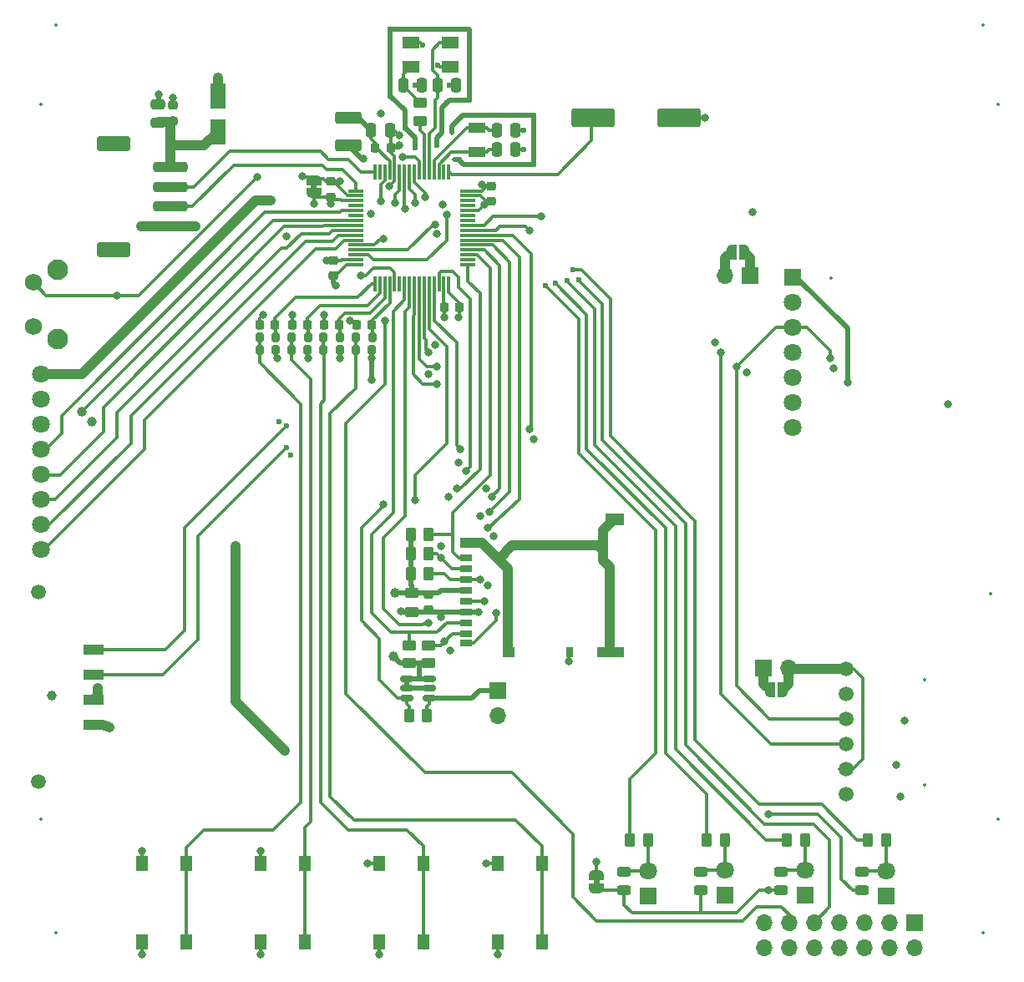
<source format=gtl>
%TF.GenerationSoftware,KiCad,Pcbnew,7.0.9*%
%TF.CreationDate,2024-07-22T23:00:39+02:00*%
%TF.ProjectId,EnvSensor-Main-v2.1,456e7653-656e-4736-9f72-2d4d61696e2d,rev?*%
%TF.SameCoordinates,Original*%
%TF.FileFunction,Copper,L1,Top*%
%TF.FilePolarity,Positive*%
%FSLAX46Y46*%
G04 Gerber Fmt 4.6, Leading zero omitted, Abs format (unit mm)*
G04 Created by KiCad (PCBNEW 7.0.9) date 2024-07-22 23:00:39*
%MOMM*%
%LPD*%
G01*
G04 APERTURE LIST*
G04 Aperture macros list*
%AMRoundRect*
0 Rectangle with rounded corners*
0 $1 Rounding radius*
0 $2 $3 $4 $5 $6 $7 $8 $9 X,Y pos of 4 corners*
0 Add a 4 corners polygon primitive as box body*
4,1,4,$2,$3,$4,$5,$6,$7,$8,$9,$2,$3,0*
0 Add four circle primitives for the rounded corners*
1,1,$1+$1,$2,$3*
1,1,$1+$1,$4,$5*
1,1,$1+$1,$6,$7*
1,1,$1+$1,$8,$9*
0 Add four rect primitives between the rounded corners*
20,1,$1+$1,$2,$3,$4,$5,0*
20,1,$1+$1,$4,$5,$6,$7,0*
20,1,$1+$1,$6,$7,$8,$9,0*
20,1,$1+$1,$8,$9,$2,$3,0*%
%AMFreePoly0*
4,1,19,0.500000,-0.750000,0.000000,-0.750000,0.000000,-0.744911,-0.071157,-0.744911,-0.207708,-0.704816,-0.327430,-0.627875,-0.420627,-0.520320,-0.479746,-0.390866,-0.500000,-0.250000,-0.500000,0.250000,-0.479746,0.390866,-0.420627,0.520320,-0.327430,0.627875,-0.207708,0.704816,-0.071157,0.744911,0.000000,0.744911,0.000000,0.750000,0.500000,0.750000,0.500000,-0.750000,0.500000,-0.750000,
$1*%
%AMFreePoly1*
4,1,19,0.000000,0.744911,0.071157,0.744911,0.207708,0.704816,0.327430,0.627875,0.420627,0.520320,0.479746,0.390866,0.500000,0.250000,0.500000,-0.250000,0.479746,-0.390866,0.420627,-0.520320,0.327430,-0.627875,0.207708,-0.704816,0.071157,-0.744911,0.000000,-0.744911,0.000000,-0.750000,-0.500000,-0.750000,-0.500000,0.750000,0.000000,0.750000,0.000000,0.744911,0.000000,0.744911,
$1*%
G04 Aperture macros list end*
%TA.AperFunction,SMDPad,CuDef*%
%ADD10RoundRect,0.250000X-0.262500X-0.450000X0.262500X-0.450000X0.262500X0.450000X-0.262500X0.450000X0*%
%TD*%
%TA.AperFunction,ComponentPad*%
%ADD11R,1.700000X1.700000*%
%TD*%
%TA.AperFunction,ComponentPad*%
%ADD12O,1.700000X1.700000*%
%TD*%
%TA.AperFunction,SMDPad,CuDef*%
%ADD13RoundRect,0.250000X0.262500X0.450000X-0.262500X0.450000X-0.262500X-0.450000X0.262500X-0.450000X0*%
%TD*%
%TA.AperFunction,SMDPad,CuDef*%
%ADD14RoundRect,0.225000X0.250000X-0.225000X0.250000X0.225000X-0.250000X0.225000X-0.250000X-0.225000X0*%
%TD*%
%TA.AperFunction,ComponentPad*%
%ADD15R,1.800000X1.800000*%
%TD*%
%TA.AperFunction,ComponentPad*%
%ADD16C,1.800000*%
%TD*%
%TA.AperFunction,SMDPad,CuDef*%
%ADD17FreePoly0,90.000000*%
%TD*%
%TA.AperFunction,SMDPad,CuDef*%
%ADD18FreePoly1,90.000000*%
%TD*%
%TA.AperFunction,SMDPad,CuDef*%
%ADD19RoundRect,0.243750X0.456250X-0.243750X0.456250X0.243750X-0.456250X0.243750X-0.456250X-0.243750X0*%
%TD*%
%TA.AperFunction,ComponentPad*%
%ADD20C,1.500000*%
%TD*%
%TA.AperFunction,SMDPad,CuDef*%
%ADD21RoundRect,0.250000X-0.250000X-0.475000X0.250000X-0.475000X0.250000X0.475000X-0.250000X0.475000X0*%
%TD*%
%TA.AperFunction,SMDPad,CuDef*%
%ADD22R,1.800000X1.000000*%
%TD*%
%TA.AperFunction,SMDPad,CuDef*%
%ADD23RoundRect,0.250000X-0.450000X0.262500X-0.450000X-0.262500X0.450000X-0.262500X0.450000X0.262500X0*%
%TD*%
%TA.AperFunction,SMDPad,CuDef*%
%ADD24RoundRect,0.200000X0.200000X0.275000X-0.200000X0.275000X-0.200000X-0.275000X0.200000X-0.275000X0*%
%TD*%
%TA.AperFunction,ComponentPad*%
%ADD25C,2.100000*%
%TD*%
%TA.AperFunction,ComponentPad*%
%ADD26C,1.750000*%
%TD*%
%TA.AperFunction,SMDPad,CuDef*%
%ADD27RoundRect,0.250000X0.550000X-1.050000X0.550000X1.050000X-0.550000X1.050000X-0.550000X-1.050000X0*%
%TD*%
%TA.AperFunction,SMDPad,CuDef*%
%ADD28RoundRect,0.250000X-1.500000X0.250000X-1.500000X-0.250000X1.500000X-0.250000X1.500000X0.250000X0*%
%TD*%
%TA.AperFunction,SMDPad,CuDef*%
%ADD29RoundRect,0.250001X-1.449999X0.499999X-1.449999X-0.499999X1.449999X-0.499999X1.449999X0.499999X0*%
%TD*%
%TA.AperFunction,SMDPad,CuDef*%
%ADD30FreePoly0,180.000000*%
%TD*%
%TA.AperFunction,SMDPad,CuDef*%
%ADD31FreePoly1,180.000000*%
%TD*%
%TA.AperFunction,SMDPad,CuDef*%
%ADD32RoundRect,0.225000X-0.225000X-0.250000X0.225000X-0.250000X0.225000X0.250000X-0.225000X0.250000X0*%
%TD*%
%TA.AperFunction,SMDPad,CuDef*%
%ADD33R,1.300000X1.550000*%
%TD*%
%TA.AperFunction,SMDPad,CuDef*%
%ADD34RoundRect,0.075000X-0.075000X0.700000X-0.075000X-0.700000X0.075000X-0.700000X0.075000X0.700000X0*%
%TD*%
%TA.AperFunction,SMDPad,CuDef*%
%ADD35RoundRect,0.075000X-0.700000X0.075000X-0.700000X-0.075000X0.700000X-0.075000X0.700000X0.075000X0*%
%TD*%
%TA.AperFunction,SMDPad,CuDef*%
%ADD36R,1.800000X1.200000*%
%TD*%
%TA.AperFunction,SMDPad,CuDef*%
%ADD37RoundRect,0.250000X0.475000X-0.250000X0.475000X0.250000X-0.475000X0.250000X-0.475000X-0.250000X0*%
%TD*%
%TA.AperFunction,SMDPad,CuDef*%
%ADD38RoundRect,0.225000X-0.250000X0.225000X-0.250000X-0.225000X0.250000X-0.225000X0.250000X0.225000X0*%
%TD*%
%TA.AperFunction,SMDPad,CuDef*%
%ADD39R,1.900000X1.300000*%
%TD*%
%TA.AperFunction,SMDPad,CuDef*%
%ADD40R,1.200000X1.000000*%
%TD*%
%TA.AperFunction,SMDPad,CuDef*%
%ADD41R,2.800000X1.000000*%
%TD*%
%TA.AperFunction,SMDPad,CuDef*%
%ADD42R,0.800000X1.000000*%
%TD*%
%TA.AperFunction,SMDPad,CuDef*%
%ADD43R,1.200000X0.700000*%
%TD*%
%TA.AperFunction,SMDPad,CuDef*%
%ADD44RoundRect,0.225000X0.225000X0.250000X-0.225000X0.250000X-0.225000X-0.250000X0.225000X-0.250000X0*%
%TD*%
%TA.AperFunction,SMDPad,CuDef*%
%ADD45RoundRect,0.250000X-1.950000X-0.700000X1.950000X-0.700000X1.950000X0.700000X-1.950000X0.700000X0*%
%TD*%
%TA.AperFunction,SMDPad,CuDef*%
%ADD46RoundRect,0.250000X1.075000X-0.375000X1.075000X0.375000X-1.075000X0.375000X-1.075000X-0.375000X0*%
%TD*%
%TA.AperFunction,SMDPad,CuDef*%
%ADD47RoundRect,0.150000X-0.512500X-0.150000X0.512500X-0.150000X0.512500X0.150000X-0.512500X0.150000X0*%
%TD*%
%TA.AperFunction,SMDPad,CuDef*%
%ADD48R,2.000000X1.000000*%
%TD*%
%TA.AperFunction,SMDPad,CuDef*%
%ADD49RoundRect,0.250000X0.450000X-0.262500X0.450000X0.262500X-0.450000X0.262500X-0.450000X-0.262500X0*%
%TD*%
%TA.AperFunction,ViaPad*%
%ADD50C,0.800000*%
%TD*%
%TA.AperFunction,ViaPad*%
%ADD51C,1.000000*%
%TD*%
%TA.AperFunction,ViaPad*%
%ADD52C,0.600000*%
%TD*%
%TA.AperFunction,Conductor*%
%ADD53C,0.300000*%
%TD*%
%TA.AperFunction,Conductor*%
%ADD54C,1.000000*%
%TD*%
%TA.AperFunction,Conductor*%
%ADD55C,0.500000*%
%TD*%
%ADD56C,0.350000*%
%ADD57C,0.300000*%
G04 APERTURE END LIST*
%TA.AperFunction,EtchedComponent*%
%TO.C,C1*%
G36*
X50447500Y-40650000D02*
G01*
X49847500Y-40650000D01*
X49847500Y-40150000D01*
X50447500Y-40150000D01*
X50447500Y-40650000D01*
G37*
%TD.AperFunction*%
%TA.AperFunction,EtchedComponent*%
%TO.C,JP5*%
G36*
X79100000Y-111100000D02*
G01*
X78500000Y-111100000D01*
X78500000Y-110600000D01*
X79100000Y-110600000D01*
X79100000Y-111100000D01*
G37*
%TD.AperFunction*%
%TD*%
D10*
%TO.P,R18,1*%
%TO.N,LED_1*%
X82175000Y-106600000D03*
%TO.P,R18,2*%
%TO.N,Net-(D1-A)*%
X84000000Y-106600000D03*
%TD*%
D11*
%TO.P,J1,1,Pin_1*%
%TO.N,+3V3*%
X95725000Y-89175000D03*
D12*
%TO.P,J1,2,Pin_2*%
%TO.N,/BMP280_VCC*%
X98265000Y-89175000D03*
%TD*%
D10*
%TO.P,R20,1*%
%TO.N,LED_3*%
X98087500Y-106600000D03*
%TO.P,R20,2*%
%TO.N,Net-(D5-A)*%
X99912500Y-106600000D03*
%TD*%
D13*
%TO.P,R7,1*%
%TO.N,SDIO_DATA2*%
X61800000Y-75600000D03*
%TO.P,R7,2*%
%TO.N,/SD_3V3*%
X59975000Y-75600000D03*
%TD*%
D11*
%TO.P,J4,1,Pin_1*%
%TO.N,Net-(J4-Pin_1)*%
X68800000Y-91460000D03*
D12*
%TO.P,J4,2,Pin_2*%
%TO.N,+3V3*%
X68800000Y-94000000D03*
%TD*%
D14*
%TO.P,C14,1*%
%TO.N,GND*%
X61790000Y-83250000D03*
%TO.P,C14,2*%
%TO.N,/SD_3V3*%
X61790000Y-81700000D03*
%TD*%
D15*
%TO.P,D2,1,K*%
%TO.N,GND*%
X84000000Y-112275000D03*
D16*
%TO.P,D2,2,A*%
%TO.N,Net-(D1-A)*%
X84000000Y-109735000D03*
%TD*%
D17*
%TO.P,C1,1*%
%TO.N,+3V3*%
X50147500Y-41050000D03*
D18*
%TO.P,C1,2*%
%TO.N,GND*%
X50147500Y-39750000D03*
%TD*%
D19*
%TO.P,D5,1,K*%
%TO.N,Net-(D1-K)*%
X97512500Y-111737500D03*
%TO.P,D5,2,A*%
%TO.N,Net-(D5-A)*%
X97512500Y-109862500D03*
%TD*%
D20*
%TO.P,H5,1*%
%TO.N,N/C*%
X22200000Y-100700000D03*
%TD*%
D21*
%TO.P,C6,1*%
%TO.N,+3.3VA*%
X55947500Y-34650000D03*
%TO.P,C6,2*%
%TO.N,GND*%
X57847500Y-34650000D03*
%TD*%
D17*
%TO.P,JP5,1,A*%
%TO.N,Net-(D1-K)*%
X78800000Y-111500000D03*
D18*
%TO.P,JP5,2,B*%
%TO.N,GND*%
X78800000Y-110200000D03*
%TD*%
D22*
%TO.P,Y2,1,1*%
%TO.N,Net-(U5-PC14)*%
X66647500Y-36900000D03*
%TO.P,Y2,2,2*%
%TO.N,Net-(U5-PC15)*%
X66647500Y-34400000D03*
%TD*%
D23*
%TO.P,R3,1*%
%TO.N,SDIO_DATA1*%
X61800000Y-86887500D03*
%TO.P,R3,2*%
%TO.N,/SD_3V3*%
X61800000Y-88712500D03*
%TD*%
D24*
%TO.P,R13,1*%
%TO.N,+3V3*%
X56025000Y-56900000D03*
%TO.P,R13,2*%
%TO.N,Net-(R13-Pad2)*%
X54375000Y-56900000D03*
%TD*%
D25*
%TO.P,SW1,*%
%TO.N,*%
X24165000Y-55800000D03*
X24165000Y-48790000D03*
D26*
%TO.P,SW1,1,1*%
%TO.N,GND*%
X21675000Y-54550000D03*
%TO.P,SW1,2,2*%
%TO.N,NRST*%
X21675000Y-50050000D03*
%TD*%
D10*
%TO.P,R19,1*%
%TO.N,LED_2*%
X89975000Y-106600000D03*
%TO.P,R19,2*%
%TO.N,Net-(D3-A)*%
X91800000Y-106600000D03*
%TD*%
D21*
%TO.P,C12,1*%
%TO.N,Net-(U5-PH0)*%
X62697500Y-30062500D03*
%TO.P,C12,2*%
%TO.N,GND*%
X64597500Y-30062500D03*
%TD*%
D24*
%TO.P,R14,1*%
%TO.N,SWITCH_1*%
X46275000Y-55640000D03*
%TO.P,R14,2*%
%TO.N,Net-(R10-Pad2)*%
X44625000Y-55640000D03*
%TD*%
D27*
%TO.P,C25,1*%
%TO.N,+5V*%
X40400000Y-34800000D03*
%TO.P,C25,2*%
%TO.N,GND*%
X40400000Y-31200000D03*
%TD*%
D28*
%TO.P,J3,1,Pin_1*%
%TO.N,+5V*%
X35600000Y-38400000D03*
%TO.P,J3,2,Pin_2*%
%TO.N,HPMA_RX*%
X35600000Y-40400000D03*
%TO.P,J3,3,Pin_3*%
%TO.N,HPMA_TX*%
X35600000Y-42400000D03*
%TO.P,J3,4,Pin_4*%
%TO.N,GND*%
X35600000Y-44400000D03*
D29*
%TO.P,J3,MP*%
%TO.N,N/C*%
X29850000Y-36050000D03*
X29850000Y-46750000D03*
%TD*%
D23*
%TO.P,R4,1*%
%TO.N,SDIO_DATA0*%
X59800000Y-86887500D03*
%TO.P,R4,2*%
%TO.N,/SD_3V3*%
X59800000Y-88712500D03*
%TD*%
D30*
%TO.P,JP1,1,1*%
%TO.N,/BMP280_VCC*%
X97650000Y-91400000D03*
D31*
%TO.P,JP1,2,2*%
%TO.N,+3V3*%
X96350000Y-91400000D03*
%TD*%
D32*
%TO.P,C7,1*%
%TO.N,+3.3VA*%
X56372500Y-36400000D03*
%TO.P,C7,2*%
%TO.N,GND*%
X57922500Y-36400000D03*
%TD*%
D15*
%TO.P,D4,1,K*%
%TO.N,GND*%
X91800000Y-112200000D03*
D16*
%TO.P,D4,2,A*%
%TO.N,Net-(D3-A)*%
X91800000Y-109660000D03*
%TD*%
D20*
%TO.P,H6,1*%
%TO.N,N/C*%
X22200000Y-81500000D03*
%TD*%
D14*
%TO.P,C2,1*%
%TO.N,+3V3*%
X51897500Y-41400000D03*
%TO.P,C2,2*%
%TO.N,GND*%
X51897500Y-39850000D03*
%TD*%
D16*
%TO.P,U7,8,BUSY*%
%TO.N,E_INK_BUSY*%
X22500000Y-77180000D03*
%TO.P,U7,7,RST*%
%TO.N,E_INK_RESET*%
X22500000Y-74640000D03*
%TO.P,U7,6,DC*%
%TO.N,E_INK_DC*%
X22500000Y-72100000D03*
%TO.P,U7,5,CS*%
%TO.N,E_INK_SELECT*%
X22500000Y-69560000D03*
%TO.P,U7,4,CLK*%
%TO.N,SCK*%
X22500000Y-67020000D03*
%TO.P,U7,3,DIN*%
%TO.N,MOSI*%
X22500000Y-64480000D03*
%TO.P,U7,2,GND*%
%TO.N,GND*%
X22500000Y-61940000D03*
%TO.P,U7,1,VDD*%
%TO.N,+3V3*%
X22500000Y-59400000D03*
%TD*%
D33*
%TO.P,SW2,1,1*%
%TO.N,GND*%
X32750000Y-116980000D03*
X32750000Y-109020000D03*
%TO.P,SW2,2,2*%
%TO.N,Net-(R10-Pad2)*%
X37250000Y-116980000D03*
X37250000Y-109020000D03*
%TD*%
D34*
%TO.P,U5,1,VBAT*%
%TO.N,/VBAT*%
X63825000Y-38875000D03*
%TO.P,U5,2,PC13*%
%TO.N,unconnected-(U5-PC13-Pad2)*%
X63325000Y-38875000D03*
%TO.P,U5,3,PC14*%
%TO.N,Net-(U5-PC14)*%
X62825000Y-38875000D03*
%TO.P,U5,4,PC15*%
%TO.N,Net-(U5-PC15)*%
X62325000Y-38875000D03*
%TO.P,U5,5,PH0*%
%TO.N,Net-(U5-PH0)*%
X61825000Y-38875000D03*
%TO.P,U5,6,PH1*%
%TO.N,Net-(U5-PH1)*%
X61325000Y-38875000D03*
%TO.P,U5,7,NRST*%
%TO.N,NRST*%
X60825000Y-38875000D03*
%TO.P,U5,8,PC0*%
%TO.N,LED_4*%
X60325000Y-38875000D03*
%TO.P,U5,9,PC1*%
%TO.N,LED_3*%
X59825000Y-38875000D03*
%TO.P,U5,10,PC2*%
%TO.N,LED_2*%
X59325000Y-38875000D03*
%TO.P,U5,11,PC3*%
%TO.N,LED_1*%
X58825000Y-38875000D03*
%TO.P,U5,12,VSSA*%
%TO.N,GND*%
X58325000Y-38875000D03*
%TO.P,U5,13,VDDA*%
%TO.N,+3.3VA*%
X57825000Y-38875000D03*
%TO.P,U5,14,PA0*%
%TO.N,BATTERY_MEASURE_INPUT*%
X57325000Y-38875000D03*
%TO.P,U5,15,PA1*%
%TO.N,unconnected-(U5-PA1-Pad15)*%
X56825000Y-38875000D03*
%TO.P,U5,16,PA2*%
%TO.N,HPMA_RX*%
X56325000Y-38875000D03*
D35*
%TO.P,U5,17,PA3*%
%TO.N,HPMA_TX*%
X54400000Y-40800000D03*
%TO.P,U5,18,VSS*%
%TO.N,GND*%
X54400000Y-41300000D03*
%TO.P,U5,19,VDD*%
%TO.N,+3V3*%
X54400000Y-41800000D03*
%TO.P,U5,20,PA4*%
%TO.N,unconnected-(U5-PA4-Pad20)*%
X54400000Y-42300000D03*
%TO.P,U5,21,PA5*%
%TO.N,SCK*%
X54400000Y-42800000D03*
%TO.P,U5,22,PA6*%
%TO.N,unconnected-(U5-PA6-Pad22)*%
X54400000Y-43300000D03*
%TO.P,U5,23,PA7*%
%TO.N,MOSI*%
X54400000Y-43800000D03*
%TO.P,U5,24,PC4*%
%TO.N,E_INK_SELECT*%
X54400000Y-44300000D03*
%TO.P,U5,25,PC5*%
%TO.N,E_INK_DC*%
X54400000Y-44800000D03*
%TO.P,U5,26,PB0*%
%TO.N,E_INK_RESET*%
X54400000Y-45300000D03*
%TO.P,U5,27,PB1*%
%TO.N,E_INK_BUSY*%
X54400000Y-45800000D03*
%TO.P,U5,28,PB2*%
%TO.N,POWER_5V_ENABLE*%
X54400000Y-46300000D03*
%TO.P,U5,29,PB10*%
%TO.N,WIFI_RX*%
X54400000Y-46800000D03*
%TO.P,U5,30,PB11*%
%TO.N,WFI_TX*%
X54400000Y-47300000D03*
%TO.P,U5,31,VSS*%
%TO.N,GND*%
X54400000Y-47800000D03*
%TO.P,U5,32,VDD*%
%TO.N,+3V3*%
X54400000Y-48300000D03*
D34*
%TO.P,U5,33,PB12*%
%TO.N,SWITCH_1*%
X56325000Y-50225000D03*
%TO.P,U5,34,PB13*%
%TO.N,SWITCH_2*%
X56825000Y-50225000D03*
%TO.P,U5,35,PB14*%
%TO.N,SWITCH_3*%
X57325000Y-50225000D03*
%TO.P,U5,36,PB15*%
%TO.N,SWITCH_4*%
X57825000Y-50225000D03*
%TO.P,U5,37,PC6*%
%TO.N,BATTERY_MEASURE_ENABLE*%
X58325000Y-50225000D03*
%TO.P,U5,38,PC7*%
%TO.N,unconnected-(U5-PC7-Pad38)*%
X58825000Y-50225000D03*
%TO.P,U5,39,PC8*%
%TO.N,SDIO_DATA0*%
X59325000Y-50225000D03*
%TO.P,U5,40,PC9*%
%TO.N,SDIO_DATA1*%
X59825000Y-50225000D03*
%TO.P,U5,41,PA8*%
%TO.N,SCD30_READY*%
X60325000Y-50225000D03*
%TO.P,U5,42,PA9*%
%TO.N,SCL*%
X60825000Y-50225000D03*
%TO.P,U5,43,PA10*%
%TO.N,SDA*%
X61325000Y-50225000D03*
%TO.P,U5,44,PA11*%
%TO.N,SDIO_POWER_ENABLE*%
X61825000Y-50225000D03*
%TO.P,U5,45,PA12*%
%TO.N,SDIO_DETECT*%
X62325000Y-50225000D03*
%TO.P,U5,46,PA13*%
%TO.N,SWDIO*%
X62825000Y-50225000D03*
%TO.P,U5,47,VSS*%
%TO.N,GND*%
X63325000Y-50225000D03*
%TO.P,U5,48,VDDUSB*%
%TO.N,+3V3*%
X63825000Y-50225000D03*
D35*
%TO.P,U5,49,PA14*%
%TO.N,SWCLK*%
X65750000Y-48300000D03*
%TO.P,U5,50,PA15*%
%TO.N,unconnected-(U5-PA15-Pad50)*%
X65750000Y-47800000D03*
%TO.P,U5,51,PC10*%
%TO.N,SDIO_DATA2*%
X65750000Y-47300000D03*
%TO.P,U5,52,PC11*%
%TO.N,SDIO_DATA3*%
X65750000Y-46800000D03*
%TO.P,U5,53,PC12*%
%TO.N,SDIO_CLK*%
X65750000Y-46300000D03*
%TO.P,U5,54,PD2*%
%TO.N,SDIO_CMD*%
X65750000Y-45800000D03*
%TO.P,U5,55,PB3*%
%TO.N,SWO*%
X65750000Y-45300000D03*
%TO.P,U5,56,PB4*%
%TO.N,WIFI_ENABLE*%
X65750000Y-44800000D03*
%TO.P,U5,57,PB5*%
%TO.N,WIFI_RESET*%
X65750000Y-44300000D03*
%TO.P,U5,58,PB6*%
%TO.N,unconnected-(U5-PB6-Pad58)*%
X65750000Y-43800000D03*
%TO.P,U5,59,PB7*%
%TO.N,unconnected-(U5-PB7-Pad59)*%
X65750000Y-43300000D03*
%TO.P,U5,60,PH3*%
%TO.N,GND*%
X65750000Y-42800000D03*
%TO.P,U5,61,PB8*%
%TO.N,unconnected-(U5-PB8-Pad61)*%
X65750000Y-42300000D03*
%TO.P,U5,62,PB9*%
%TO.N,unconnected-(U5-PB9-Pad62)*%
X65750000Y-41800000D03*
%TO.P,U5,63,VSS*%
%TO.N,GND*%
X65750000Y-41300000D03*
%TO.P,U5,64,VDD*%
%TO.N,+3V3*%
X65750000Y-40800000D03*
%TD*%
D11*
%TO.P,J2,1,Pin_1*%
%TO.N,/SCD_POWER*%
X94400000Y-49400000D03*
D12*
%TO.P,J2,2,Pin_2*%
%TO.N,+3V3*%
X91860000Y-49400000D03*
%TD*%
D36*
%TO.P,Y1,1,1*%
%TO.N,Net-(U5-PH0)*%
X63947500Y-25812500D03*
%TO.P,Y1,2,2*%
%TO.N,GND*%
X59947500Y-25812500D03*
%TO.P,Y1,3,3*%
%TO.N,Net-(C13-Pad1)*%
X59947500Y-28212500D03*
%TO.P,Y1,4,4*%
%TO.N,GND*%
X63947500Y-28212500D03*
%TD*%
D24*
%TO.P,R17,1*%
%TO.N,SWITCH_4*%
X56050000Y-55650000D03*
%TO.P,R17,2*%
%TO.N,Net-(R13-Pad2)*%
X54400000Y-55650000D03*
%TD*%
%TO.P,R12,1*%
%TO.N,+3V3*%
X52775000Y-56900000D03*
%TO.P,R12,2*%
%TO.N,Net-(R12-Pad2)*%
X51125000Y-56900000D03*
%TD*%
D15*
%TO.P,D6,1,K*%
%TO.N,GND*%
X99912500Y-112200000D03*
D16*
%TO.P,D6,2,A*%
%TO.N,Net-(D5-A)*%
X99912500Y-109660000D03*
%TD*%
D37*
%TO.P,C24,1*%
%TO.N,+5V*%
X34287500Y-33900000D03*
%TO.P,C24,2*%
%TO.N,GND*%
X34287500Y-32000000D03*
%TD*%
D19*
%TO.P,D1,1,K*%
%TO.N,Net-(D1-K)*%
X81600000Y-111737500D03*
%TO.P,D1,2,A*%
%TO.N,Net-(D1-A)*%
X81600000Y-109862500D03*
%TD*%
%TO.P,D3,1,K*%
%TO.N,Net-(D1-K)*%
X89400000Y-111737500D03*
%TO.P,D3,2,A*%
%TO.N,Net-(D3-A)*%
X89400000Y-109862500D03*
%TD*%
D24*
%TO.P,R10,1*%
%TO.N,+3V3*%
X46275000Y-56890000D03*
%TO.P,R10,2*%
%TO.N,Net-(R10-Pad2)*%
X44625000Y-56890000D03*
%TD*%
D37*
%TO.P,C15,1*%
%TO.N,GND*%
X60040000Y-83475000D03*
%TO.P,C15,2*%
%TO.N,/SD_3V3*%
X60040000Y-81575000D03*
%TD*%
D21*
%TO.P,C13,1*%
%TO.N,Net-(C13-Pad1)*%
X59197500Y-30062500D03*
%TO.P,C13,2*%
%TO.N,GND*%
X61097500Y-30062500D03*
%TD*%
D24*
%TO.P,R16,1*%
%TO.N,SWITCH_3*%
X52775000Y-55650000D03*
%TO.P,R16,2*%
%TO.N,Net-(R12-Pad2)*%
X51125000Y-55650000D03*
%TD*%
D14*
%TO.P,C23,1*%
%TO.N,+5V*%
X35887500Y-33712500D03*
%TO.P,C23,2*%
%TO.N,GND*%
X35887500Y-32162500D03*
%TD*%
D13*
%TO.P,R2,1*%
%TO.N,Net-(J4-Pin_1)*%
X61622500Y-94000000D03*
%TO.P,R2,2*%
%TO.N,SDIO_POWER_ENABLE*%
X59797500Y-94000000D03*
%TD*%
D38*
%TO.P,C3,1*%
%TO.N,+3V3*%
X68147500Y-40350000D03*
%TO.P,C3,2*%
%TO.N,GND*%
X68147500Y-41900000D03*
%TD*%
D30*
%TO.P,JP2,1,1*%
%TO.N,/SCD_POWER*%
X93800000Y-47000000D03*
D31*
%TO.P,JP2,2,2*%
%TO.N,+3V3*%
X92500000Y-47000000D03*
%TD*%
D21*
%TO.P,C17,1*%
%TO.N,Net-(U5-PC15)*%
X68697500Y-34650000D03*
%TO.P,C17,2*%
%TO.N,GND*%
X70597500Y-34650000D03*
%TD*%
D15*
%TO.P,D8,1,K*%
%TO.N,GND*%
X108136250Y-112275000D03*
D16*
%TO.P,D8,2,A*%
%TO.N,Net-(D7-A)*%
X108136250Y-109735000D03*
%TD*%
D39*
%TO.P,J5,11,SHIELD*%
%TO.N,unconnected-(J5-SHIELD-Pad11)*%
X80650000Y-74100000D03*
D40*
X65550000Y-76450000D03*
D41*
X80200000Y-87600000D03*
D40*
X69850000Y-87600000D03*
D42*
%TO.P,J5,10,DET_A*%
%TO.N,GND*%
X76050000Y-87600000D03*
D43*
%TO.P,J5,9,DET_B*%
%TO.N,SDIO_DETECT*%
X65550000Y-86650000D03*
%TO.P,J5,8,DAT1*%
%TO.N,SDIO_DATA1*%
X65550000Y-85700000D03*
%TO.P,J5,7,DAT0*%
%TO.N,SDIO_DATA0*%
X65550000Y-84600000D03*
%TO.P,J5,6,VSS*%
%TO.N,GND*%
X65550000Y-83500000D03*
%TO.P,J5,5,CLK*%
%TO.N,SDIO_CLK*%
X65550000Y-82400000D03*
%TO.P,J5,4,VDD*%
%TO.N,/SD_3V3*%
X65550000Y-81300000D03*
%TO.P,J5,3,CMD*%
%TO.N,SDIO_CMD*%
X65550000Y-80200000D03*
%TO.P,J5,2,DAT3/CD*%
%TO.N,SDIO_DATA3*%
X65550000Y-79100000D03*
%TO.P,J5,1,DAT2*%
%TO.N,SDIO_DATA2*%
X65550000Y-78000000D03*
%TD*%
D44*
%TO.P,C18,1*%
%TO.N,SWITCH_1*%
X46225000Y-54390000D03*
%TO.P,C18,2*%
%TO.N,GND*%
X44675000Y-54390000D03*
%TD*%
%TO.P,C21,1*%
%TO.N,SWITCH_4*%
X56000000Y-54400000D03*
%TO.P,C21,2*%
%TO.N,GND*%
X54450000Y-54400000D03*
%TD*%
D24*
%TO.P,R11,1*%
%TO.N,+3V3*%
X49525000Y-56900000D03*
%TO.P,R11,2*%
%TO.N,Net-(R11-Pad2)*%
X47875000Y-56900000D03*
%TD*%
D10*
%TO.P,R21,1*%
%TO.N,LED_4*%
X106311250Y-106600000D03*
%TO.P,R21,2*%
%TO.N,Net-(D7-A)*%
X108136250Y-106600000D03*
%TD*%
D13*
%TO.P,R6,1*%
%TO.N,SDIO_DATA3*%
X61800000Y-77600000D03*
%TO.P,R6,2*%
%TO.N,/SD_3V3*%
X59975000Y-77600000D03*
%TD*%
D21*
%TO.P,C16,1*%
%TO.N,Net-(U5-PC14)*%
X68697500Y-36650000D03*
%TO.P,C16,2*%
%TO.N,GND*%
X70597500Y-36650000D03*
%TD*%
D13*
%TO.P,R5,1*%
%TO.N,SDIO_CMD*%
X61800000Y-79600000D03*
%TO.P,R5,2*%
%TO.N,/SD_3V3*%
X59975000Y-79600000D03*
%TD*%
D33*
%TO.P,SW4,1,1*%
%TO.N,GND*%
X56750000Y-116980000D03*
X56750000Y-109020000D03*
%TO.P,SW4,2,2*%
%TO.N,Net-(R12-Pad2)*%
X61250000Y-116980000D03*
X61250000Y-109020000D03*
%TD*%
D44*
%TO.P,C20,1*%
%TO.N,SWITCH_3*%
X52725000Y-54400000D03*
%TO.P,C20,2*%
%TO.N,GND*%
X51175000Y-54400000D03*
%TD*%
D45*
%TO.P,C10,1*%
%TO.N,/VBAT*%
X78447500Y-33400000D03*
%TO.P,C10,2*%
%TO.N,GND*%
X87147500Y-33400000D03*
%TD*%
D46*
%TO.P,L1,1,1*%
%TO.N,+3V3*%
X53597500Y-36150000D03*
%TO.P,L1,2,2*%
%TO.N,+3.3VA*%
X53597500Y-33350000D03*
%TD*%
D47*
%TO.P,Q1,1,D*%
%TO.N,/SD_3V3*%
X59572500Y-90300000D03*
%TO.P,Q1,2,D*%
X59572500Y-91250000D03*
%TO.P,Q1,3,G*%
%TO.N,SDIO_POWER_ENABLE*%
X59572500Y-92200000D03*
%TO.P,Q1,4,S*%
%TO.N,Net-(J4-Pin_1)*%
X61847500Y-92200000D03*
%TO.P,Q1,5,D*%
%TO.N,/SD_3V3*%
X61847500Y-91250000D03*
%TO.P,Q1,6,D*%
X61847500Y-90300000D03*
%TD*%
D14*
%TO.P,C5,1*%
%TO.N,+3V3*%
X52147500Y-49425000D03*
%TO.P,C5,2*%
%TO.N,GND*%
X52147500Y-47875000D03*
%TD*%
D19*
%TO.P,D7,1,K*%
%TO.N,Net-(D1-K)*%
X105736250Y-111737500D03*
%TO.P,D7,2,A*%
%TO.N,Net-(D7-A)*%
X105736250Y-109862500D03*
%TD*%
D44*
%TO.P,C19,1*%
%TO.N,SWITCH_2*%
X49475000Y-54390000D03*
%TO.P,C19,2*%
%TO.N,GND*%
X47925000Y-54390000D03*
%TD*%
D33*
%TO.P,SW3,1,1*%
%TO.N,GND*%
X44750000Y-116980000D03*
X44750000Y-109020000D03*
%TO.P,SW3,2,2*%
%TO.N,Net-(R11-Pad2)*%
X49250000Y-116980000D03*
X49250000Y-109020000D03*
%TD*%
D24*
%TO.P,R15,1*%
%TO.N,SWITCH_2*%
X49550000Y-55650000D03*
%TO.P,R15,2*%
%TO.N,Net-(R11-Pad2)*%
X47900000Y-55650000D03*
%TD*%
D33*
%TO.P,SW5,1,1*%
%TO.N,GND*%
X68750000Y-116980000D03*
X68750000Y-109020000D03*
%TO.P,SW5,2,2*%
%TO.N,Net-(R13-Pad2)*%
X73250000Y-116980000D03*
X73250000Y-109020000D03*
%TD*%
D48*
%TO.P,J7,1,Pin_1*%
%TO.N,SDA*%
X27787500Y-87300000D03*
%TO.P,J7,2,Pin_2*%
%TO.N,SCL*%
X27787500Y-89840000D03*
%TO.P,J7,3,Pin_3*%
%TO.N,GND*%
X27787500Y-92380000D03*
%TO.P,J7,4,Pin_4*%
%TO.N,+3V3*%
X27787500Y-94920000D03*
%TD*%
D49*
%TO.P,R1,1*%
%TO.N,Net-(U5-PH1)*%
X60897500Y-33725000D03*
%TO.P,R1,2*%
%TO.N,Net-(C13-Pad1)*%
X60897500Y-31900000D03*
%TD*%
D44*
%TO.P,C4,1*%
%TO.N,+3V3*%
X64922500Y-52650000D03*
%TO.P,C4,2*%
%TO.N,GND*%
X63372500Y-52650000D03*
%TD*%
D15*
%TO.P,U3,1,VDD*%
%TO.N,/SCD_POWER*%
X98650000Y-49550000D03*
D16*
%TO.P,U3,2,GND*%
%TO.N,GND*%
X98650000Y-52090000D03*
%TO.P,U3,3,TX/SCL*%
%TO.N,SCL*%
X98650000Y-54630000D03*
%TO.P,U3,4,RX/SDA*%
%TO.N,SDA*%
X98650000Y-57170000D03*
%TO.P,U3,5,RDY*%
%TO.N,SCD30_READY*%
X98650000Y-59710000D03*
%TO.P,U3,6,PWM*%
%TO.N,unconnected-(U3-PWM-Pad6)*%
X98650000Y-62250000D03*
%TO.P,U3,7,SEL*%
%TO.N,GND*%
X98650000Y-64790000D03*
%TD*%
D20*
%TO.P,U1,1,VDD*%
%TO.N,/BMP280_VCC*%
X104052500Y-89242500D03*
%TO.P,U1,2,GND*%
%TO.N,GND*%
X104052500Y-91782500D03*
%TO.P,U1,3,SCL*%
%TO.N,SCL*%
X104052500Y-94322500D03*
%TO.P,U1,4,SDA*%
%TO.N,SDA*%
X104052500Y-96862500D03*
%TO.P,U1,5,CSB*%
%TO.N,/BMP280_VCC*%
X104052500Y-99402500D03*
%TO.P,U1,6,SDO*%
%TO.N,GND*%
X104052500Y-101942500D03*
%TD*%
D11*
%TO.P,J8,1,Pin_1*%
%TO.N,+3V3*%
X111000000Y-115000000D03*
D12*
%TO.P,J8,2,Pin_2*%
%TO.N,GND*%
X111000000Y-117540000D03*
%TO.P,J8,3,Pin_3*%
%TO.N,+3V3*%
X108460000Y-115000000D03*
%TO.P,J8,4,Pin_4*%
%TO.N,GND*%
X108460000Y-117540000D03*
%TO.P,J8,5,Pin_5*%
%TO.N,+5V*%
X105920000Y-115000000D03*
%TO.P,J8,6,Pin_6*%
%TO.N,GND*%
X105920000Y-117540000D03*
%TO.P,J8,7,Pin_7*%
%TO.N,+5V*%
X103380000Y-115000000D03*
%TO.P,J8,8,Pin_8*%
%TO.N,GND*%
X103380000Y-117540000D03*
%TO.P,J8,9,Pin_9*%
%TO.N,POWER_5V_ENABLE*%
X100840000Y-115000000D03*
%TO.P,J8,10,Pin_10*%
%TO.N,GND*%
X100840000Y-117540000D03*
%TO.P,J8,11,Pin_11*%
%TO.N,+BATT*%
X98300000Y-115000000D03*
%TO.P,J8,12,Pin_12*%
%TO.N,GND*%
X98300000Y-117540000D03*
%TO.P,J8,13,Pin_13*%
%TO.N,VBUS*%
X95760000Y-115000000D03*
%TO.P,J8,14,Pin_14*%
%TO.N,GND*%
X95760000Y-117540000D03*
%TD*%
D50*
%TO.N,+3V3*%
X52397500Y-50400000D03*
X67200000Y-40200000D03*
X51897500Y-42150000D03*
D51*
X45800000Y-41800000D03*
D50*
X52800000Y-57800000D03*
X50147500Y-42150000D03*
X55197500Y-37550000D03*
X46400000Y-57800000D03*
X49600000Y-57800000D03*
X64841117Y-53600000D03*
X56000000Y-57800000D03*
X56000000Y-60000000D03*
D51*
X29400000Y-95200000D03*
D50*
%TO.N,GND*%
X109600000Y-102200000D03*
X56897500Y-33000000D03*
D52*
X72397500Y-33150000D03*
D50*
X114400000Y-62400000D03*
X90800000Y-56200000D03*
X58800000Y-35200000D03*
X109200000Y-99000000D03*
D52*
X63647500Y-31900000D03*
D51*
X27600000Y-64200000D03*
D52*
X65897500Y-26650000D03*
D50*
X57800000Y-40350000D03*
D52*
X72397500Y-35400000D03*
X57897500Y-26650000D03*
D50*
X63800000Y-71800000D03*
D52*
X46600000Y-64200000D03*
D50*
X63000000Y-84000000D03*
D52*
X63147500Y-34400000D03*
D50*
X63000000Y-76800000D03*
X72400000Y-66000000D03*
D52*
X47800000Y-67600000D03*
X71397500Y-34650000D03*
D50*
X102800000Y-58800000D03*
X67000000Y-73800000D03*
X68400000Y-75800000D03*
D52*
X66897500Y-38150000D03*
D50*
X110000000Y-94500000D03*
X49000000Y-39350000D03*
X62600000Y-45200000D03*
X34400000Y-31000000D03*
D52*
X65897500Y-31650000D03*
X61147500Y-26062500D03*
X60147500Y-24400000D03*
D50*
X51397500Y-47900000D03*
X78800000Y-108800000D03*
D52*
X71397500Y-36650000D03*
D50*
X48000000Y-53400000D03*
D52*
X60397500Y-36400000D03*
D51*
X38150000Y-44400000D03*
X28200000Y-91200000D03*
D50*
X67800000Y-80800000D03*
X58800000Y-36200000D03*
X62400000Y-56400000D03*
X94600000Y-43000000D03*
X61800000Y-59400000D03*
X94000000Y-59200000D03*
D52*
X62717000Y-28062500D03*
X69647500Y-38150000D03*
X59397500Y-34400000D03*
D50*
X55600000Y-109000000D03*
D52*
X72397500Y-38150000D03*
X57897500Y-28900000D03*
D50*
X55897500Y-43150000D03*
X68750000Y-118250000D03*
X67600000Y-109000000D03*
X67400000Y-42200000D03*
D51*
X32650000Y-44400000D03*
D50*
X64000000Y-87400000D03*
D51*
X40400000Y-29350000D03*
D52*
X65897500Y-28900000D03*
D50*
X89800000Y-33400000D03*
D52*
X57897500Y-24400000D03*
X63897500Y-30062500D03*
D50*
X56750000Y-118250000D03*
D52*
X60397500Y-30062500D03*
X64147500Y-34400000D03*
D50*
X32750000Y-118250000D03*
X53775000Y-54000000D03*
X75965000Y-88525000D03*
D52*
X66897500Y-33150000D03*
D50*
X44750000Y-118250000D03*
X64800000Y-68400000D03*
X45000000Y-53400000D03*
X47400000Y-45400000D03*
D52*
X64897500Y-37650000D03*
D50*
X51200000Y-53400000D03*
X52800000Y-39800000D03*
D52*
X57897500Y-31150000D03*
D51*
X23550000Y-92000000D03*
D50*
X44750000Y-107750000D03*
X66800000Y-83500000D03*
X32750000Y-107750000D03*
X63200000Y-42200000D03*
X35887500Y-31337500D03*
D52*
X62647500Y-36150000D03*
D50*
X58969500Y-83400000D03*
X67600000Y-71000000D03*
D52*
X69647500Y-33150000D03*
D50*
X63395217Y-53600000D03*
%TO.N,NRST*%
X44400000Y-39400000D03*
X30200000Y-51400000D03*
X59147500Y-37400000D03*
D51*
%TO.N,/SD_3V3*%
X58400000Y-81600000D03*
X58200000Y-88000000D03*
D50*
%TO.N,LED_1*%
X58400000Y-42000000D03*
D52*
X73600000Y-50400000D03*
%TO.N,LED_2*%
X74622222Y-50177778D03*
D50*
X59400000Y-42600000D03*
D52*
%TO.N,LED_3*%
X75800000Y-49900000D03*
D50*
X60400000Y-42000000D03*
D52*
%TO.N,LED_4*%
X76400000Y-48800000D03*
D50*
X61400000Y-41400000D03*
%TO.N,/SCD_POWER*%
X104250000Y-60250000D03*
D51*
%TO.N,+5V*%
X42200000Y-76800000D03*
X39000000Y-36200000D03*
X47200000Y-97600000D03*
D50*
%TO.N,SDIO_DATA3*%
X68200000Y-71800000D03*
X63000000Y-78000000D03*
%TO.N,SDIO_CMD*%
X67800000Y-75000000D03*
X67000000Y-80200000D03*
%TO.N,SDIO_CLK*%
X67400000Y-82400000D03*
X67975000Y-73375000D03*
%TO.N,SDIO_DATA1*%
X61800000Y-84600000D03*
X63400000Y-86502817D03*
%TO.N,SDIO_DETECT*%
X65000000Y-67000000D03*
X68600000Y-83600000D03*
%TO.N,SWCLK*%
X64600000Y-71000000D03*
%TO.N,SWDIO*%
X65600000Y-69200000D03*
%TO.N,SWO*%
X72000000Y-65000000D03*
%TO.N,SDA*%
X61800000Y-57200000D03*
X91400000Y-57170000D03*
D52*
X47400000Y-64600000D03*
D50*
%TO.N,SCL*%
X93000000Y-58600000D03*
X102500000Y-57750000D03*
D52*
X47400000Y-66800000D03*
D50*
X62600000Y-58600000D03*
%TO.N,SDIO_POWER_ENABLE*%
X60400000Y-72200000D03*
X57200000Y-72600000D03*
%TO.N,SCD30_READY*%
X62600000Y-60400000D03*
D51*
%TO.N,MOSI*%
X26600000Y-63200000D03*
D52*
%TO.N,POWER_5V_ENABLE*%
X77000000Y-49800000D03*
D50*
X57200000Y-45650000D03*
%TO.N,WIFI_RX*%
X62400000Y-44200000D03*
%TO.N,WFI_TX*%
X63600000Y-43200000D03*
%TO.N,WIFI_RESET*%
X73200000Y-43400000D03*
%TO.N,WIFI_ENABLE*%
X72000000Y-44800000D03*
%TO.N,BATTERY_MEASURE_ENABLE*%
X54897500Y-49380001D03*
%TO.N,+BATT*%
X57400000Y-54000000D03*
%TO.N,BATTERY_MEASURE_INPUT*%
X56897500Y-41900000D03*
%TO.N,Net-(D1-K)*%
X96200000Y-104000000D03*
X96200000Y-111737500D03*
%TD*%
D53*
%TO.N,+3V3*%
X49525000Y-56900000D02*
X49525000Y-57725000D01*
X50197500Y-41400000D02*
X51897500Y-41400000D01*
X54400000Y-48300000D02*
X53497500Y-48300000D01*
X52847500Y-41650000D02*
X52997500Y-41800000D01*
X52997500Y-41800000D02*
X54400000Y-41800000D01*
D54*
X45800000Y-41800000D02*
X44200000Y-41800000D01*
X95725000Y-90775000D02*
X96350000Y-91400000D01*
D53*
X63825000Y-51077500D02*
X64922500Y-52175000D01*
X52372500Y-49425000D02*
X52147500Y-49425000D01*
D55*
X52147500Y-50150000D02*
X52397500Y-50400000D01*
D53*
X64841117Y-53600000D02*
X64922500Y-53175000D01*
X64922500Y-52175000D02*
X64922500Y-52650000D01*
X63825000Y-50225000D02*
X63825000Y-51077500D01*
D54*
X91860000Y-47640000D02*
X91860000Y-49400000D01*
D53*
X52775000Y-56900000D02*
X52800000Y-57800000D01*
X49525000Y-57725000D02*
X49600000Y-57800000D01*
D54*
X95725000Y-89175000D02*
X95725000Y-90775000D01*
D53*
X67596824Y-40400000D02*
X67196824Y-40800000D01*
X51897500Y-41650000D02*
X52847500Y-41650000D01*
X46275000Y-56890000D02*
X46275000Y-57675000D01*
X67196824Y-40800000D02*
X65750000Y-40800000D01*
X50147500Y-42150000D02*
X50147500Y-41350000D01*
D55*
X55197500Y-37550000D02*
X54997500Y-37550000D01*
X56000000Y-57800000D02*
X56000000Y-60000000D01*
D53*
X56025000Y-56900000D02*
X56000000Y-57800000D01*
D54*
X44200000Y-41800000D02*
X26600000Y-59400000D01*
D55*
X52147500Y-49425000D02*
X52147500Y-50150000D01*
D53*
X64922500Y-53175000D02*
X64922500Y-52650000D01*
D54*
X26600000Y-59400000D02*
X22500000Y-59400000D01*
D53*
X50147500Y-41350000D02*
X50197500Y-41400000D01*
D54*
X28720000Y-94920000D02*
X29400000Y-95200000D01*
D53*
X53497500Y-48300000D02*
X52372500Y-49425000D01*
D54*
X27787500Y-94920000D02*
X28720000Y-94920000D01*
D53*
X68397500Y-40400000D02*
X67596824Y-40400000D01*
X46275000Y-57675000D02*
X46400000Y-57800000D01*
D54*
X92500000Y-47000000D02*
X91860000Y-47640000D01*
D55*
X54997500Y-37550000D02*
X53597500Y-36150000D01*
D53*
%TO.N,GND*%
X63372500Y-52650000D02*
X63395217Y-53600000D01*
X32750000Y-116980000D02*
X32750000Y-118250000D01*
X62867000Y-28212500D02*
X62717000Y-28062500D01*
X44750000Y-116980000D02*
X44750000Y-118250000D01*
D54*
X32650000Y-44400000D02*
X36150000Y-44400000D01*
D53*
X58250000Y-34650000D02*
X58800000Y-35200000D01*
X52800000Y-39800000D02*
X52550000Y-39850000D01*
X67400000Y-42200000D02*
X68147500Y-41900000D01*
D55*
X60065000Y-83500000D02*
X60040000Y-83475000D01*
D53*
X32750000Y-109020000D02*
X32750000Y-107750000D01*
X75990000Y-87600000D02*
X75990000Y-88500000D01*
X58325000Y-39825000D02*
X58325000Y-38875000D01*
D55*
X69647500Y-38150000D02*
X72397500Y-38150000D01*
X57897500Y-24400000D02*
X60147500Y-24400000D01*
D53*
X63325000Y-52602500D02*
X63372500Y-52650000D01*
D55*
X61040000Y-83475000D02*
X63490000Y-83475000D01*
D53*
X51347500Y-39850000D02*
X51897500Y-39850000D01*
D55*
X65197500Y-33150000D02*
X64147500Y-34200000D01*
D53*
X51422500Y-47875000D02*
X51397500Y-47900000D01*
X66800000Y-42800000D02*
X67400000Y-42200000D01*
D55*
X63515000Y-83500000D02*
X65565000Y-83500000D01*
D53*
X67585000Y-41900000D02*
X66985000Y-41300000D01*
X63947500Y-28212500D02*
X62867000Y-28212500D01*
X52347500Y-40100000D02*
X53547500Y-41300000D01*
D54*
X27787500Y-92380000D02*
X28200000Y-91967500D01*
D53*
X49000000Y-39350000D02*
X49087146Y-39437146D01*
X57922500Y-35125000D02*
X57922500Y-36400000D01*
D55*
X65897500Y-31650000D02*
X63897500Y-31650000D01*
X65297500Y-38150000D02*
X64897500Y-37750000D01*
D53*
X52922500Y-47875000D02*
X52997500Y-47800000D01*
X57800000Y-40350000D02*
X58325000Y-39825000D01*
X51175000Y-54400000D02*
X51200000Y-53400000D01*
D55*
X72397500Y-38150000D02*
X72397500Y-35400000D01*
D53*
X47925000Y-53475000D02*
X47925000Y-54390000D01*
D55*
X57897500Y-31150000D02*
X57897500Y-29150000D01*
X57897500Y-29150000D02*
X57897500Y-27150000D01*
D53*
X44675000Y-53725000D02*
X44675000Y-54390000D01*
X58285000Y-36400000D02*
X57922500Y-36400000D01*
D55*
X69647500Y-38150000D02*
X65297500Y-38150000D01*
D53*
X58325000Y-38875000D02*
X58325000Y-37327500D01*
D55*
X60397500Y-35400000D02*
X59397500Y-34400000D01*
D53*
X48000000Y-53400000D02*
X47925000Y-53475000D01*
X70597500Y-36650000D02*
X71397500Y-36650000D01*
X60897500Y-25812500D02*
X61147500Y-26062500D01*
D55*
X63000000Y-83475000D02*
X63000000Y-84000000D01*
D53*
X58325000Y-37327500D02*
X57922500Y-36925000D01*
X52147500Y-47875000D02*
X51422500Y-47875000D01*
D55*
X34387500Y-31900000D02*
X34387500Y-31100000D01*
X65897500Y-26900000D02*
X65897500Y-29150000D01*
D53*
X65750000Y-42800000D02*
X66800000Y-42800000D01*
X87147500Y-33400000D02*
X89800000Y-33400000D01*
D55*
X72397500Y-33150000D02*
X65197500Y-33150000D01*
X60040000Y-83475000D02*
X61040000Y-83475000D01*
D53*
X58647500Y-36400000D02*
X58285000Y-36400000D01*
X53547500Y-41300000D02*
X54400000Y-41300000D01*
D55*
X59397500Y-34400000D02*
X59397500Y-32650000D01*
D54*
X36150000Y-44400000D02*
X38150000Y-44400000D01*
D53*
X68147500Y-41900000D02*
X67585000Y-41900000D01*
D55*
X63147500Y-24400000D02*
X65897500Y-24400000D01*
D53*
X45000000Y-53400000D02*
X44675000Y-53725000D01*
D55*
X57897500Y-27150000D02*
X57897500Y-24400000D01*
D53*
X68750000Y-116980000D02*
X68750000Y-118250000D01*
X56750000Y-116980000D02*
X56750000Y-118250000D01*
D54*
X28200000Y-91967500D02*
X28200000Y-91200000D01*
D55*
X72397500Y-35400000D02*
X72397500Y-33150000D01*
D53*
X70597500Y-34650000D02*
X71397500Y-34650000D01*
D55*
X60147500Y-24400000D02*
X63147500Y-24400000D01*
D53*
X50147500Y-39600000D02*
X51097500Y-39600000D01*
X59947500Y-25812500D02*
X60897500Y-25812500D01*
X51097500Y-39600000D02*
X51347500Y-39850000D01*
D55*
X63147500Y-32400000D02*
X63147500Y-34400000D01*
X64897500Y-37750000D02*
X64897500Y-37650000D01*
X66800000Y-83500000D02*
X65550000Y-83500000D01*
X63147500Y-34400000D02*
X63147500Y-34900000D01*
X63147500Y-34900000D02*
X62647500Y-35400000D01*
D53*
X75990000Y-88500000D02*
X75965000Y-88525000D01*
D55*
X35887500Y-32162500D02*
X35887500Y-31337500D01*
D53*
X63325000Y-50225000D02*
X63325000Y-52602500D01*
D55*
X61040000Y-83475000D02*
X63000000Y-83475000D01*
X60040000Y-83475000D02*
X59044500Y-83475000D01*
D53*
X49984646Y-39437146D02*
X50147500Y-39600000D01*
D55*
X63897500Y-31650000D02*
X63147500Y-32400000D01*
D53*
X52147500Y-47875000D02*
X52922500Y-47875000D01*
D55*
X64147500Y-34400000D02*
X64147500Y-34900000D01*
D53*
X78800000Y-110200000D02*
X78800000Y-108800000D01*
X49087146Y-39437146D02*
X49984646Y-39437146D01*
X61097500Y-30062500D02*
X60397500Y-30062500D01*
X56750000Y-109020000D02*
X55600000Y-109000000D01*
X64597500Y-30062500D02*
X63897500Y-30062500D01*
D55*
X60397500Y-36400000D02*
X60397500Y-35400000D01*
D53*
X57922500Y-36925000D02*
X57922500Y-36400000D01*
D55*
X63490000Y-83475000D02*
X63515000Y-83500000D01*
X64147500Y-34200000D02*
X64147500Y-34400000D01*
X62647500Y-35400000D02*
X62647500Y-36150000D01*
D53*
X54400000Y-47800000D02*
X52997500Y-47800000D01*
D55*
X64397500Y-37650000D02*
X64897500Y-37650000D01*
X59044500Y-83475000D02*
X58969500Y-83400000D01*
D53*
X52550000Y-39850000D02*
X51897500Y-39850000D01*
D55*
X59397500Y-32650000D02*
X57897500Y-31150000D01*
D53*
X66985000Y-41300000D02*
X65750000Y-41300000D01*
D54*
X40400000Y-30300000D02*
X40400000Y-29350000D01*
D55*
X65897500Y-29150000D02*
X65897500Y-31650000D01*
D53*
X44750000Y-109020000D02*
X44750000Y-107750000D01*
X68750000Y-109020000D02*
X67600000Y-109000000D01*
X57847500Y-34650000D02*
X58250000Y-34650000D01*
X54450000Y-54400000D02*
X53775000Y-54000000D01*
D55*
X65897500Y-24400000D02*
X65897500Y-26900000D01*
%TO.N,+3.3VA*%
X53597500Y-33350000D02*
X54647500Y-33350000D01*
D53*
X56397500Y-36400000D02*
X57825000Y-37827500D01*
X56372500Y-36400000D02*
X56372500Y-35925000D01*
X56372500Y-36400000D02*
X56397500Y-36400000D01*
X56372500Y-35925000D02*
X55947500Y-35500000D01*
D55*
X54647500Y-33350000D02*
X55947500Y-34650000D01*
D53*
X57825000Y-37827500D02*
X57825000Y-38875000D01*
X55947500Y-34650000D02*
X55947500Y-35500000D01*
%TO.N,/BMP280_VCC*%
X103507500Y-89242500D02*
X104052500Y-89242500D01*
D54*
X98265000Y-90785000D02*
X97650000Y-91400000D01*
D53*
X105800000Y-98400000D02*
X105800000Y-90200000D01*
X104052500Y-99402500D02*
X103402500Y-99402500D01*
X104052500Y-99402500D02*
X104797500Y-99402500D01*
D54*
X98250000Y-89250000D02*
X104045000Y-89250000D01*
D53*
X104797500Y-99402500D02*
X105800000Y-98400000D01*
D54*
X104045000Y-89250000D02*
X104052500Y-89242500D01*
D53*
X105800000Y-90200000D02*
X104842500Y-89242500D01*
X104842500Y-89242500D02*
X104052500Y-89242500D01*
D54*
X98265000Y-89175000D02*
X98265000Y-90785000D01*
D53*
%TO.N,/VBAT*%
X78297500Y-34250000D02*
X78297500Y-35702500D01*
X64100000Y-39150000D02*
X63825000Y-38875000D01*
X78297500Y-35702500D02*
X74850000Y-39150000D01*
X74850000Y-39150000D02*
X64100000Y-39150000D01*
%TO.N,NRST*%
X59147500Y-37400000D02*
X60397500Y-37400000D01*
X32400000Y-51400000D02*
X30200000Y-51400000D01*
X21675000Y-50050000D02*
X23025000Y-51400000D01*
X44400000Y-39400000D02*
X32400000Y-51400000D01*
X60825000Y-37827500D02*
X60825000Y-38875000D01*
X23025000Y-51400000D02*
X28400000Y-51400000D01*
X60397500Y-37400000D02*
X60825000Y-37827500D01*
X28400000Y-51400000D02*
X30200000Y-51400000D01*
%TO.N,Net-(U5-PH0)*%
X62397500Y-34400000D02*
X62397500Y-31650000D01*
X62397500Y-31650000D02*
X62697500Y-31350000D01*
X62697500Y-29112500D02*
X62147500Y-28562500D01*
X62697500Y-31350000D02*
X62697500Y-30062500D01*
X62697500Y-30062500D02*
X62697500Y-29112500D01*
X61825000Y-34972500D02*
X62397500Y-34400000D01*
X61825000Y-38875000D02*
X61825000Y-34972500D01*
X62147500Y-28562500D02*
X62147500Y-26562500D01*
X62147500Y-26562500D02*
X62897500Y-25812500D01*
X62897500Y-25812500D02*
X63947500Y-25812500D01*
%TO.N,Net-(C13-Pad1)*%
X59197500Y-28962500D02*
X59947500Y-28212500D01*
X59197500Y-30062500D02*
X59197500Y-28962500D01*
X59197500Y-30062500D02*
X59197500Y-30200000D01*
X59197500Y-30200000D02*
X60897500Y-31900000D01*
D55*
%TO.N,/SD_3V3*%
X59975000Y-75600000D02*
X59975000Y-77600000D01*
X60040000Y-81575000D02*
X60040000Y-80840000D01*
X58400000Y-81600000D02*
X60015000Y-81600000D01*
X59975000Y-77600000D02*
X59975000Y-79600000D01*
X60040000Y-80840000D02*
X59975000Y-80775000D01*
X61847500Y-91250000D02*
X59572500Y-91250000D01*
X61800000Y-88712500D02*
X60800000Y-88712500D01*
X60015000Y-81600000D02*
X60040000Y-81575000D01*
X59572500Y-91250000D02*
X59572500Y-90300000D01*
X58912500Y-88712500D02*
X58200000Y-88000000D01*
X60800000Y-88712500D02*
X60800000Y-90300000D01*
X59975000Y-80775000D02*
X59975000Y-79600000D01*
X60800000Y-90300000D02*
X59572500Y-90300000D01*
X61847500Y-90300000D02*
X60800000Y-90300000D01*
X60040000Y-81575000D02*
X62740000Y-81575000D01*
X62740000Y-81575000D02*
X63015000Y-81300000D01*
X60800000Y-88712500D02*
X59800000Y-88712500D01*
X63015000Y-81300000D02*
X65565000Y-81300000D01*
X59800000Y-88712500D02*
X58912500Y-88712500D01*
D53*
%TO.N,Net-(U5-PC14)*%
X62825000Y-38112096D02*
X64037096Y-36900000D01*
X62825000Y-38875000D02*
X62825000Y-38112096D01*
X66647500Y-36900000D02*
X67647500Y-36900000D01*
X64037096Y-36900000D02*
X66647500Y-36900000D01*
X67897500Y-36650000D02*
X68697500Y-36650000D01*
X67647500Y-36900000D02*
X67897500Y-36650000D01*
%TO.N,Net-(U5-PC15)*%
X67897500Y-34650000D02*
X68697500Y-34650000D01*
X62325000Y-38875000D02*
X62325000Y-37722500D01*
X62325000Y-37722500D02*
X65647500Y-34400000D01*
X66647500Y-34400000D02*
X67647500Y-34400000D01*
X67647500Y-34400000D02*
X67897500Y-34650000D01*
X65647500Y-34400000D02*
X66647500Y-34400000D01*
%TO.N,SWITCH_1*%
X48325000Y-51600000D02*
X54600000Y-51600000D01*
X46275000Y-54440000D02*
X46225000Y-54390000D01*
X54600000Y-51600000D02*
X55975000Y-50225000D01*
X55975000Y-50225000D02*
X56325000Y-50225000D01*
X46225000Y-54390000D02*
X46225000Y-53700000D01*
X46225000Y-53700000D02*
X48325000Y-51600000D01*
X46275000Y-55640000D02*
X46275000Y-54440000D01*
%TO.N,SWITCH_2*%
X56825000Y-51175000D02*
X56825000Y-50225000D01*
X50775000Y-52400000D02*
X55600000Y-52400000D01*
X49550000Y-55650000D02*
X49550000Y-54465000D01*
X49475000Y-54390000D02*
X49475000Y-53700000D01*
X49475000Y-53700000D02*
X50775000Y-52400000D01*
X49550000Y-54465000D02*
X49475000Y-54390000D01*
X55600000Y-52400000D02*
X56825000Y-51175000D01*
%TO.N,SWITCH_3*%
X52725000Y-54400000D02*
X52725000Y-53800000D01*
X55800000Y-53200000D02*
X57325000Y-51675000D01*
X53325000Y-53200000D02*
X55800000Y-53200000D01*
X52775000Y-55650000D02*
X52775000Y-54450000D01*
X57325000Y-51675000D02*
X57325000Y-50225000D01*
X52725000Y-53800000D02*
X53325000Y-53200000D01*
X52775000Y-54450000D02*
X52725000Y-54400000D01*
%TO.N,SWITCH_4*%
X56000000Y-54400000D02*
X56000000Y-54000000D01*
X57825000Y-52175000D02*
X57825000Y-50225000D01*
X56050000Y-54450000D02*
X56000000Y-54400000D01*
X56000000Y-54000000D02*
X57825000Y-52175000D01*
X56050000Y-55650000D02*
X56050000Y-54450000D01*
%TO.N,Net-(D1-A)*%
X81727500Y-109735000D02*
X81600000Y-109862500D01*
X84000000Y-106600000D02*
X84000000Y-109735000D01*
X84000000Y-109735000D02*
X81727500Y-109735000D01*
%TO.N,LED_1*%
X77000000Y-53800000D02*
X77000000Y-67400000D01*
X77000000Y-67400000D02*
X84800000Y-75200000D01*
X84800000Y-97800000D02*
X82175000Y-100425000D01*
X58825000Y-40775000D02*
X58825000Y-38875000D01*
X73600000Y-50400000D02*
X77000000Y-53800000D01*
X58400000Y-41200000D02*
X58825000Y-40775000D01*
X82175000Y-100425000D02*
X82175000Y-106600000D01*
X84800000Y-75200000D02*
X84800000Y-97800000D01*
X58400000Y-42000000D02*
X58400000Y-41200000D01*
%TO.N,Net-(D3-A)*%
X89602500Y-109660000D02*
X89400000Y-109862500D01*
X91800000Y-106600000D02*
X91800000Y-109660000D01*
X91800000Y-109660000D02*
X89602500Y-109660000D01*
%TO.N,LED_2*%
X85800000Y-97800000D02*
X85800000Y-75000000D01*
X89975000Y-106600000D02*
X89975000Y-101975000D01*
X85800000Y-75000000D02*
X77800000Y-67000000D01*
X59400000Y-42600000D02*
X59325000Y-42495972D01*
X77800000Y-53355556D02*
X74622222Y-50177778D01*
X89975000Y-101975000D02*
X85800000Y-97800000D01*
X59325000Y-42495972D02*
X59325000Y-38875000D01*
X77800000Y-67000000D02*
X77800000Y-53355556D01*
%TO.N,Net-(D5-A)*%
X99912500Y-109660000D02*
X97715000Y-109660000D01*
X99912500Y-106600000D02*
X99912500Y-109660000D01*
X97715000Y-109660000D02*
X97512500Y-109862500D01*
%TO.N,LED_3*%
X86800000Y-74800000D02*
X86800000Y-97400000D01*
X78600000Y-52800000D02*
X78600000Y-66600000D01*
X96000000Y-106600000D02*
X98087500Y-106600000D01*
X59825000Y-40625000D02*
X59825000Y-38875000D01*
X75800000Y-50000000D02*
X78600000Y-52800000D01*
X60400000Y-42000000D02*
X60400000Y-41200000D01*
X78600000Y-66600000D02*
X86800000Y-74800000D01*
X75800000Y-49900000D02*
X75800000Y-50000000D01*
X86800000Y-97400000D02*
X96000000Y-106600000D01*
X60400000Y-41200000D02*
X59825000Y-40625000D01*
%TO.N,Net-(D7-A)*%
X108136250Y-109735000D02*
X105863750Y-109735000D01*
X108136250Y-106600000D02*
X108136250Y-109735000D01*
X105863750Y-109735000D02*
X105736250Y-109862500D01*
%TO.N,LED_4*%
X101600000Y-103000000D02*
X105200000Y-106600000D01*
X61400000Y-41400000D02*
X61400000Y-40983333D01*
X76400000Y-48800000D02*
X77252174Y-48800000D01*
X60325000Y-39908333D02*
X60325000Y-38875000D01*
X77252174Y-48800000D02*
X80200000Y-51747826D01*
X88800000Y-74250000D02*
X88800000Y-96500000D01*
X105200000Y-106600000D02*
X106287500Y-106600000D01*
X80200000Y-51747826D02*
X80200000Y-65650000D01*
X95300000Y-103000000D02*
X101600000Y-103000000D01*
X80200000Y-65650000D02*
X88800000Y-74250000D01*
X88800000Y-96500000D02*
X95300000Y-103000000D01*
X61400000Y-40983333D02*
X60325000Y-39908333D01*
D54*
%TO.N,/SCD_POWER*%
X94400000Y-49400000D02*
X94400000Y-47600000D01*
D55*
X99050000Y-49550000D02*
X104250000Y-54750000D01*
D54*
X94400000Y-47600000D02*
X93800000Y-47000000D01*
D55*
X98650000Y-49550000D02*
X99050000Y-49550000D01*
X98635000Y-49565000D02*
X98650000Y-49550000D01*
X104250000Y-54750000D02*
X104250000Y-60250000D01*
D54*
%TO.N,+5V*%
X40400000Y-34800000D02*
X39000000Y-36200000D01*
X42200000Y-76800000D02*
X42200000Y-92600000D01*
X34387500Y-33800000D02*
X35600000Y-33800000D01*
X39000000Y-36200000D02*
X35600000Y-36200000D01*
X35600000Y-38400000D02*
X35600000Y-36200000D01*
X42200000Y-92600000D02*
X47200000Y-97600000D01*
X35800000Y-33800000D02*
X35887500Y-33712500D01*
X35600000Y-33800000D02*
X35800000Y-33800000D01*
X35600000Y-36200000D02*
X35600000Y-33800000D01*
D53*
%TO.N,HPMA_RX*%
X54875000Y-38875000D02*
X56325000Y-38875000D01*
X51611875Y-37600000D02*
X53600000Y-37600000D01*
X56325000Y-38875000D02*
X56325000Y-38327500D01*
X38000000Y-40400000D02*
X41600000Y-36800000D01*
X35600000Y-40400000D02*
X38000000Y-40400000D01*
X50811875Y-36800000D02*
X51611875Y-37600000D01*
X53600000Y-37600000D02*
X54875000Y-38875000D01*
X41600000Y-36800000D02*
X50811875Y-36800000D01*
%TO.N,HPMA_TX*%
X53000000Y-38600000D02*
X51400000Y-38600000D01*
X54400000Y-40000000D02*
X53000000Y-38600000D01*
X42015385Y-38200000D02*
X37815385Y-42400000D01*
X51000000Y-38200000D02*
X42015385Y-38200000D01*
X51400000Y-38600000D02*
X51000000Y-38200000D01*
X37815385Y-42400000D02*
X35600000Y-42400000D01*
X54400000Y-40800000D02*
X54400000Y-40000000D01*
%TO.N,Net-(J4-Pin_1)*%
X61847500Y-92862500D02*
X61847500Y-92200000D01*
X61622500Y-94000000D02*
X61622500Y-93087500D01*
D55*
X68785000Y-91475000D02*
X68800000Y-91460000D01*
X66940000Y-91460000D02*
X68800000Y-91460000D01*
D53*
X61622500Y-93087500D02*
X61847500Y-92862500D01*
D55*
X62420000Y-92200000D02*
X66200000Y-92200000D01*
X66200000Y-92200000D02*
X66940000Y-91460000D01*
D53*
%TO.N,SDIO_DATA2*%
X61800000Y-75600000D02*
X64200000Y-75600000D01*
X68000000Y-69600000D02*
X64200000Y-73400000D01*
X66700000Y-47300000D02*
X68000000Y-48600000D01*
X64200000Y-73400000D02*
X64200000Y-75600000D01*
X64200000Y-77400000D02*
X64800000Y-78000000D01*
X64200000Y-75600000D02*
X64200000Y-77400000D01*
X65750000Y-47300000D02*
X66700000Y-47300000D01*
X68000000Y-48600000D02*
X68000000Y-69600000D01*
X64800000Y-78000000D02*
X65550000Y-78000000D01*
%TO.N,SDIO_DATA3*%
X67400000Y-46800000D02*
X65750000Y-46800000D01*
X62600000Y-77600000D02*
X64100000Y-79100000D01*
X69000000Y-48400000D02*
X67400000Y-46800000D01*
X61800000Y-77600000D02*
X62600000Y-77600000D01*
X64100000Y-79100000D02*
X65550000Y-79100000D01*
X69000000Y-71000000D02*
X69000000Y-48400000D01*
X68200000Y-71800000D02*
X69000000Y-71000000D01*
%TO.N,SDIO_CMD*%
X69300000Y-45800000D02*
X65750000Y-45800000D01*
X71000000Y-72041667D02*
X71000000Y-47500000D01*
X64000000Y-80200000D02*
X65550000Y-80200000D01*
X63400000Y-79600000D02*
X64000000Y-80200000D01*
X67841667Y-75000000D02*
X71000000Y-72041667D01*
X65550000Y-80200000D02*
X67000000Y-80200000D01*
X71000000Y-47500000D02*
X69300000Y-45800000D01*
X61800000Y-79600000D02*
X63400000Y-79600000D01*
%TO.N,SDIO_CLK*%
X68300000Y-46300000D02*
X65750000Y-46300000D01*
X70000000Y-71350000D02*
X70000000Y-48000000D01*
X65550000Y-82400000D02*
X67400000Y-82400000D01*
X70000000Y-48000000D02*
X68300000Y-46300000D01*
X67975000Y-73375000D02*
X70000000Y-71350000D01*
%TO.N,SDIO_DATA0*%
X59325000Y-50225000D02*
X59325000Y-51875000D01*
X59800000Y-86843750D02*
X59800000Y-85556250D01*
X62643750Y-85556250D02*
X63600000Y-84600000D01*
X59325000Y-51875000D02*
X58200000Y-53000000D01*
X59800000Y-85556250D02*
X62643750Y-85556250D01*
X63600000Y-84600000D02*
X65550000Y-84600000D01*
X57956250Y-85556250D02*
X59800000Y-85556250D01*
X56000000Y-83600000D02*
X57956250Y-85556250D01*
X56000000Y-75600000D02*
X56000000Y-83600000D01*
X58200000Y-53000000D02*
X58200000Y-73400000D01*
X58200000Y-73400000D02*
X56000000Y-75600000D01*
%TO.N,SDIO_DATA1*%
X59825000Y-52625000D02*
X59400000Y-53050000D01*
X58800000Y-84800000D02*
X61200000Y-84800000D01*
X59825000Y-50225000D02*
X59825000Y-52625000D01*
X59400000Y-53050000D02*
X59400000Y-73800000D01*
X63400000Y-86502817D02*
X64202817Y-85700000D01*
X57200000Y-83200000D02*
X58800000Y-84800000D01*
X57200000Y-76000000D02*
X57200000Y-83200000D01*
X61200000Y-84800000D02*
X61400000Y-84600000D01*
X63015317Y-86887500D02*
X61800000Y-86887500D01*
X59400000Y-73800000D02*
X57200000Y-76000000D01*
X63400000Y-86502817D02*
X63015317Y-86887500D01*
X61400000Y-84600000D02*
X61800000Y-84600000D01*
X64202817Y-85700000D02*
X65550000Y-85700000D01*
%TO.N,SDIO_DETECT*%
X64600000Y-56200000D02*
X62325000Y-53925000D01*
X62325000Y-53925000D02*
X62325000Y-50225000D01*
X68600000Y-83600000D02*
X68600000Y-84400000D01*
X65000000Y-67000000D02*
X64600000Y-66600000D01*
X64600000Y-66600000D02*
X64600000Y-56200000D01*
X66350000Y-86650000D02*
X65350000Y-86650000D01*
X68600000Y-84400000D02*
X66350000Y-86650000D01*
D54*
%TO.N,unconnected-(J5-SHIELD-Pad11)*%
X79465000Y-78275000D02*
X79465000Y-77275000D01*
X68840000Y-78150000D02*
X69790000Y-79100000D01*
X79465000Y-75225000D02*
X80590000Y-74100000D01*
X79465000Y-77275000D02*
X79465000Y-75225000D01*
X78965000Y-76775000D02*
X70215000Y-76775000D01*
X69790000Y-79100000D02*
X69790000Y-87600000D01*
X70215000Y-76775000D02*
X68840000Y-78150000D01*
X67140000Y-76450000D02*
X68840000Y-78150000D01*
X65490000Y-76450000D02*
X67140000Y-76450000D01*
X80140000Y-78950000D02*
X79465000Y-78275000D01*
X80140000Y-87600000D02*
X80140000Y-78950000D01*
X79465000Y-77275000D02*
X78965000Y-76775000D01*
D53*
%TO.N,SWCLK*%
X67000000Y-51200000D02*
X65750000Y-49950000D01*
X67000000Y-69000000D02*
X67000000Y-51200000D01*
X64600000Y-71000000D02*
X65000000Y-71000000D01*
X65000000Y-71000000D02*
X67000000Y-69000000D01*
X65750000Y-49950000D02*
X65750000Y-48300000D01*
%TO.N,SWDIO*%
X63000000Y-49000000D02*
X62825000Y-49175000D01*
X64800000Y-49600000D02*
X64200000Y-49000000D01*
X62825000Y-49175000D02*
X62825000Y-50225000D01*
X66000000Y-68800000D02*
X66000000Y-51800000D01*
X64800000Y-50600000D02*
X64800000Y-49600000D01*
X64200000Y-49000000D02*
X63000000Y-49000000D01*
X66000000Y-51800000D02*
X64800000Y-50600000D01*
X65600000Y-69200000D02*
X66000000Y-68800000D01*
%TO.N,SWO*%
X70300000Y-45300000D02*
X65750000Y-45300000D01*
X72000000Y-65000000D02*
X72200000Y-64800000D01*
X72200000Y-47200000D02*
X70300000Y-45300000D01*
X72200000Y-64800000D02*
X72200000Y-47200000D01*
%TO.N,SDA*%
X61800000Y-57200000D02*
X61542373Y-56942373D01*
X104052500Y-96862500D02*
X96462500Y-96862500D01*
X61325000Y-55725000D02*
X61325000Y-50225000D01*
X37000000Y-75000000D02*
X47400000Y-64600000D01*
X96462500Y-96862500D02*
X91400000Y-91800000D01*
X61542373Y-56942373D02*
X61542373Y-55942373D01*
X61542373Y-55942373D02*
X61325000Y-55725000D01*
X37000000Y-85400000D02*
X37000000Y-75000000D01*
X91400000Y-91800000D02*
X91400000Y-57170000D01*
X35100000Y-87300000D02*
X37000000Y-85400000D01*
X27787500Y-87300000D02*
X35100000Y-87300000D01*
%TO.N,SCL*%
X102500000Y-57750000D02*
X102500000Y-57000000D01*
X96970000Y-54630000D02*
X98650000Y-54630000D01*
X93000000Y-91000000D02*
X96322500Y-94322500D01*
X62600000Y-58600000D02*
X61600000Y-58600000D01*
X27787500Y-89840000D02*
X34860000Y-89840000D01*
X100130000Y-54630000D02*
X98650000Y-54630000D01*
X61600000Y-58600000D02*
X60825000Y-57825000D01*
X38400000Y-86300000D02*
X38400000Y-75800000D01*
X38400000Y-75800000D02*
X47400000Y-66800000D01*
X60825000Y-57825000D02*
X60825000Y-50225000D01*
X93000000Y-58600000D02*
X96970000Y-54630000D01*
X96322500Y-94322500D02*
X104052500Y-94322500D01*
X93000000Y-58600000D02*
X93000000Y-91000000D01*
X34860000Y-89840000D02*
X38400000Y-86300000D01*
X102500000Y-57000000D02*
X100130000Y-54630000D01*
%TO.N,SDIO_POWER_ENABLE*%
X59797500Y-94000000D02*
X59797500Y-93087500D01*
X55000000Y-75000000D02*
X57200000Y-72800000D01*
X59797500Y-93087500D02*
X59572500Y-92862500D01*
X59572500Y-92862500D02*
X59572500Y-92200000D01*
X56800000Y-86200000D02*
X55000000Y-84400000D01*
X60400000Y-72200000D02*
X60400000Y-69600000D01*
X56800000Y-90400000D02*
X56800000Y-86200000D01*
X59000000Y-92200000D02*
X58600000Y-92200000D01*
X60400000Y-69600000D02*
X63600000Y-66400000D01*
X57200000Y-72800000D02*
X57200000Y-72600000D01*
X55000000Y-84400000D02*
X55000000Y-75000000D01*
X58600000Y-92200000D02*
X56800000Y-90400000D01*
X61825000Y-54825000D02*
X61825000Y-50225000D01*
X63600000Y-56600000D02*
X61825000Y-54825000D01*
X63600000Y-66400000D02*
X63600000Y-56600000D01*
%TO.N,Net-(U5-PH1)*%
X61325000Y-35077500D02*
X60897500Y-34650000D01*
X60897500Y-34650000D02*
X60897500Y-33725000D01*
X61325000Y-38875000D02*
X61325000Y-35077500D01*
%TO.N,Net-(R10-Pad2)*%
X46000000Y-105600000D02*
X39000000Y-105600000D01*
X37250000Y-116980000D02*
X37250000Y-109020000D01*
X39000000Y-105600000D02*
X37250000Y-107350000D01*
X37250000Y-107350000D02*
X37250000Y-109020000D01*
X48800000Y-62400000D02*
X48800000Y-102800000D01*
X48800000Y-102800000D02*
X46000000Y-105600000D01*
X44625000Y-58225000D02*
X48800000Y-62400000D01*
X44625000Y-56890000D02*
X44625000Y-58225000D01*
X44625000Y-55640000D02*
X44625000Y-56890000D01*
%TO.N,Net-(R11-Pad2)*%
X49250000Y-105350000D02*
X49250000Y-109020000D01*
X49800000Y-59852500D02*
X49800000Y-104800000D01*
X47875000Y-56900000D02*
X47875000Y-57927500D01*
X47900000Y-56875000D02*
X47875000Y-56900000D01*
X47875000Y-57927500D02*
X49800000Y-59852500D01*
X49800000Y-104800000D02*
X49250000Y-105350000D01*
X49250000Y-116980000D02*
X49250000Y-109020000D01*
X47900000Y-55650000D02*
X47900000Y-56875000D01*
%TO.N,Net-(R12-Pad2)*%
X51125000Y-55650000D02*
X51125000Y-56900000D01*
X61250000Y-116980000D02*
X61250000Y-109020000D01*
X51200000Y-62000000D02*
X50800000Y-62400000D01*
X61250000Y-107250000D02*
X61250000Y-109020000D01*
X50800000Y-62400000D02*
X50800000Y-102800000D01*
X51200000Y-56975000D02*
X51200000Y-62000000D01*
X51125000Y-56900000D02*
X51200000Y-56975000D01*
X50800000Y-102800000D02*
X53600000Y-105600000D01*
X53600000Y-105600000D02*
X59600000Y-105600000D01*
X59600000Y-105600000D02*
X61250000Y-107250000D01*
%TO.N,Net-(R13-Pad2)*%
X54196985Y-104600000D02*
X70600000Y-104600000D01*
X51800000Y-102203015D02*
X54196985Y-104600000D01*
X54400000Y-56925000D02*
X54400000Y-60800000D01*
X54400000Y-60800000D02*
X51800000Y-63400000D01*
X54400000Y-56875000D02*
X54375000Y-56900000D01*
X70600000Y-104600000D02*
X73250000Y-107250000D01*
X51800000Y-63400000D02*
X51800000Y-102203015D01*
X54375000Y-56900000D02*
X54400000Y-56925000D01*
X73250000Y-107250000D02*
X73250000Y-109020000D01*
X54400000Y-55650000D02*
X54400000Y-56875000D01*
X73250000Y-116980000D02*
X73250000Y-109020000D01*
%TO.N,SCD30_READY*%
X62600000Y-60400000D02*
X61200000Y-60400000D01*
X61200000Y-60400000D02*
X60200000Y-59400000D01*
X60200000Y-59400000D02*
X60200000Y-53525000D01*
X60200000Y-53525000D02*
X60325000Y-53400000D01*
X60325000Y-53400000D02*
X60325000Y-50225000D01*
%TO.N,SCK*%
X24600000Y-65400000D02*
X24600000Y-63600000D01*
X22980000Y-67020000D02*
X24600000Y-65400000D01*
X24600000Y-63600000D02*
X45200000Y-43000000D01*
X52997500Y-42800000D02*
X54400000Y-42800000D01*
X45200000Y-43000000D02*
X52797500Y-43000000D01*
X22500000Y-67020000D02*
X22980000Y-67020000D01*
X52797500Y-43000000D02*
X52997500Y-42800000D01*
%TO.N,MOSI*%
X26600000Y-63200000D02*
X46000000Y-43800000D01*
X46000000Y-43800000D02*
X54400000Y-43800000D01*
%TO.N,E_INK_SELECT*%
X47147500Y-44400000D02*
X51047500Y-44400000D01*
X24400000Y-69600000D02*
X28800000Y-65200000D01*
X51147500Y-44300000D02*
X54400000Y-44300000D01*
X28800000Y-62747500D02*
X47147500Y-44400000D01*
X22540000Y-69600000D02*
X24400000Y-69600000D01*
X51047500Y-44400000D02*
X51147500Y-44300000D01*
X22500000Y-69560000D02*
X22540000Y-69600000D01*
X28800000Y-65200000D02*
X28800000Y-62747500D01*
%TO.N,E_INK_DC*%
X30200000Y-65800000D02*
X30200000Y-63300000D01*
X22500000Y-72100000D02*
X23900000Y-72100000D01*
X47400000Y-46600000D02*
X48850000Y-45150000D01*
X46900000Y-46600000D02*
X47400000Y-46600000D01*
X51997500Y-44800000D02*
X54400000Y-44800000D01*
X30200000Y-63300000D02*
X46900000Y-46600000D01*
X23900000Y-72100000D02*
X30200000Y-65800000D01*
X51647500Y-45150000D02*
X51997500Y-44800000D01*
X48850000Y-45150000D02*
X51647500Y-45150000D01*
%TO.N,E_INK_RESET*%
X54400000Y-45300000D02*
X52647500Y-45300000D01*
X49300000Y-45900000D02*
X31600000Y-63600000D01*
X23360000Y-74640000D02*
X22500000Y-74640000D01*
X52047500Y-45900000D02*
X49300000Y-45900000D01*
X31600000Y-66400000D02*
X23360000Y-74640000D01*
X31600000Y-63600000D02*
X31600000Y-66400000D01*
X52647500Y-45300000D02*
X52047500Y-45900000D01*
%TO.N,E_INK_BUSY*%
X33000000Y-67000000D02*
X33000000Y-64000000D01*
X33000000Y-64000000D02*
X50350000Y-46650000D01*
X22500000Y-77180000D02*
X22820000Y-77180000D01*
X52397500Y-46650000D02*
X53247500Y-45800000D01*
X50350000Y-46650000D02*
X52397500Y-46650000D01*
X53247500Y-45800000D02*
X54400000Y-45800000D01*
X22820000Y-77180000D02*
X33000000Y-67000000D01*
%TO.N,POWER_5V_ENABLE*%
X87800000Y-74500000D02*
X87800000Y-97000000D01*
X56300000Y-46300000D02*
X54400000Y-46300000D01*
X102400000Y-106600000D02*
X102400000Y-113440000D01*
X77000000Y-49900000D02*
X79400000Y-52300000D01*
X100800000Y-105000000D02*
X102400000Y-106600000D01*
X87800000Y-97000000D02*
X95800000Y-105000000D01*
X79400000Y-66100000D02*
X87800000Y-74500000D01*
X77000000Y-49800000D02*
X77000000Y-49900000D01*
X102400000Y-113440000D02*
X100840000Y-115000000D01*
X56950000Y-45650000D02*
X56300000Y-46300000D01*
X57200000Y-45650000D02*
X56950000Y-45650000D01*
X79400000Y-52300000D02*
X79400000Y-66100000D01*
X95800000Y-105000000D02*
X100800000Y-105000000D01*
%TO.N,WIFI_RX*%
X62400000Y-44200000D02*
X62253872Y-44200000D01*
X59653872Y-46800000D02*
X54400000Y-46800000D01*
X62253872Y-44200000D02*
X59653872Y-46800000D01*
%TO.N,WFI_TX*%
X63600000Y-43200000D02*
X63600000Y-45800000D01*
X55700000Y-47300000D02*
X54400000Y-47300000D01*
X56200000Y-47800000D02*
X55700000Y-47300000D01*
X63600000Y-45800000D02*
X61600000Y-47800000D01*
X61600000Y-47800000D02*
X56200000Y-47800000D01*
%TO.N,WIFI_RESET*%
X68311875Y-43400000D02*
X67411875Y-44300000D01*
X73200000Y-43400000D02*
X68311875Y-43400000D01*
X67411875Y-44300000D02*
X65750000Y-44300000D01*
%TO.N,WIFI_ENABLE*%
X71600000Y-44400000D02*
X69000000Y-44400000D01*
X72000000Y-44800000D02*
X71600000Y-44400000D01*
X69000000Y-44400000D02*
X68600000Y-44800000D01*
X68600000Y-44800000D02*
X65750000Y-44800000D01*
%TO.N,BATTERY_MEASURE_ENABLE*%
X54897500Y-49380001D02*
X55417499Y-49380001D01*
X58325000Y-49077500D02*
X58325000Y-50225000D01*
X56147500Y-48650000D02*
X57897500Y-48650000D01*
X55417499Y-49380001D02*
X56147500Y-48650000D01*
X57897500Y-48650000D02*
X58325000Y-49077500D01*
%TO.N,+BATT*%
X70200000Y-99800000D02*
X76400000Y-106000000D01*
X97500000Y-113400000D02*
X98300000Y-114200000D01*
X78800000Y-114800000D02*
X93600000Y-114800000D01*
X53400000Y-91800000D02*
X61400000Y-99800000D01*
X95000000Y-113400000D02*
X97500000Y-113400000D01*
X76400000Y-106000000D02*
X76400000Y-112400000D01*
X76400000Y-112400000D02*
X78800000Y-114800000D01*
X57400000Y-54000000D02*
X57400000Y-60400000D01*
X53400000Y-64400000D02*
X53400000Y-91800000D01*
X98300000Y-114200000D02*
X98300000Y-115000000D01*
X61400000Y-99800000D02*
X70200000Y-99800000D01*
X57400000Y-60400000D02*
X53400000Y-64400000D01*
X93600000Y-114800000D02*
X95000000Y-113400000D01*
%TO.N,BATTERY_MEASURE_INPUT*%
X56897500Y-40140000D02*
X57325000Y-39712500D01*
X57325000Y-39712500D02*
X57325000Y-38875000D01*
X56897500Y-41900000D02*
X56897500Y-40140000D01*
%TO.N,Net-(D1-K)*%
X104737500Y-111737500D02*
X103600000Y-110600000D01*
X82400000Y-114000000D02*
X81600000Y-113200000D01*
X89400000Y-111737500D02*
X89400000Y-114000000D01*
X93000000Y-114000000D02*
X89400000Y-114000000D01*
X81600000Y-113200000D02*
X81600000Y-111737500D01*
X89400000Y-114000000D02*
X82400000Y-114000000D01*
X105736250Y-111737500D02*
X104737500Y-111737500D01*
X96200000Y-111737500D02*
X95262500Y-111737500D01*
X79037500Y-111737500D02*
X78800000Y-111500000D01*
X95262500Y-111737500D02*
X93000000Y-114000000D01*
X81600000Y-111737500D02*
X79037500Y-111737500D01*
X103600000Y-110600000D02*
X103600000Y-106400000D01*
X101200000Y-104000000D02*
X96200000Y-104000000D01*
X97512500Y-111737500D02*
X96200000Y-111737500D01*
X103600000Y-106400000D02*
X101200000Y-104000000D01*
%TD*%
D56*
X52397500Y-50400000D03*
X67200000Y-40200000D03*
X51897500Y-42150000D03*
X45800000Y-41800000D03*
X52800000Y-57800000D03*
X50147500Y-42150000D03*
X55197500Y-37550000D03*
X46400000Y-57800000D03*
X49600000Y-57800000D03*
X64841117Y-53600000D03*
X56000000Y-57800000D03*
X56000000Y-60000000D03*
X29400000Y-95200000D03*
X109600000Y-102200000D03*
X56897500Y-33000000D03*
D57*
X72397500Y-33150000D03*
D56*
X114400000Y-62400000D03*
X90800000Y-56200000D03*
X58800000Y-35200000D03*
X109200000Y-99000000D03*
D57*
X63647500Y-31900000D03*
D56*
X27600000Y-64200000D03*
D57*
X65897500Y-26650000D03*
D56*
X57800000Y-40350000D03*
D57*
X72397500Y-35400000D03*
X57897500Y-26650000D03*
D56*
X63800000Y-71800000D03*
D57*
X46600000Y-64200000D03*
D56*
X63000000Y-84000000D03*
D57*
X63147500Y-34400000D03*
D56*
X63000000Y-76800000D03*
X72400000Y-66000000D03*
D57*
X47800000Y-67600000D03*
X71397500Y-34650000D03*
D56*
X102800000Y-58800000D03*
X67000000Y-73800000D03*
X68400000Y-75800000D03*
D57*
X66897500Y-38150000D03*
D56*
X110000000Y-94500000D03*
X49000000Y-39350000D03*
X62600000Y-45200000D03*
X34400000Y-31000000D03*
D57*
X65897500Y-31650000D03*
X61147500Y-26062500D03*
X60147500Y-24400000D03*
D56*
X51397500Y-47900000D03*
X78800000Y-108800000D03*
D57*
X71397500Y-36650000D03*
D56*
X48000000Y-53400000D03*
D57*
X60397500Y-36400000D03*
D56*
X38150000Y-44400000D03*
X28200000Y-91200000D03*
X67800000Y-80800000D03*
X58800000Y-36200000D03*
X62400000Y-56400000D03*
X94600000Y-43000000D03*
X61800000Y-59400000D03*
X94000000Y-59200000D03*
D57*
X62717000Y-28062500D03*
X69647500Y-38150000D03*
X59397500Y-34400000D03*
D56*
X55600000Y-109000000D03*
D57*
X72397500Y-38150000D03*
X57897500Y-28900000D03*
D56*
X55897500Y-43150000D03*
X68750000Y-118250000D03*
X67600000Y-109000000D03*
X67400000Y-42200000D03*
X32650000Y-44400000D03*
X64000000Y-87400000D03*
X40400000Y-29350000D03*
D57*
X65897500Y-28900000D03*
D56*
X89800000Y-33400000D03*
D57*
X57897500Y-24400000D03*
X63897500Y-30062500D03*
D56*
X56750000Y-118250000D03*
D57*
X60397500Y-30062500D03*
X64147500Y-34400000D03*
D56*
X32750000Y-118250000D03*
X53775000Y-54000000D03*
X75965000Y-88525000D03*
D57*
X66897500Y-33150000D03*
D56*
X44750000Y-118250000D03*
X64800000Y-68400000D03*
X45000000Y-53400000D03*
X47400000Y-45400000D03*
D57*
X64897500Y-37650000D03*
D56*
X51200000Y-53400000D03*
X52800000Y-39800000D03*
D57*
X57897500Y-31150000D03*
D56*
X23550000Y-92000000D03*
X44750000Y-107750000D03*
X66800000Y-83500000D03*
X32750000Y-107750000D03*
X63200000Y-42200000D03*
X35887500Y-31337500D03*
D57*
X62647500Y-36150000D03*
D56*
X58969500Y-83400000D03*
X67600000Y-71000000D03*
D57*
X69647500Y-33150000D03*
D56*
X63395217Y-53600000D03*
X44400000Y-39400000D03*
X30200000Y-51400000D03*
X59147500Y-37400000D03*
X58400000Y-81600000D03*
X58200000Y-88000000D03*
X58400000Y-42000000D03*
D57*
X73600000Y-50400000D03*
X74622222Y-50177778D03*
D56*
X59400000Y-42600000D03*
D57*
X75800000Y-49900000D03*
D56*
X60400000Y-42000000D03*
D57*
X76400000Y-48800000D03*
D56*
X61400000Y-41400000D03*
X104250000Y-60250000D03*
X42200000Y-76800000D03*
X39000000Y-36200000D03*
X47200000Y-97600000D03*
X68200000Y-71800000D03*
X63000000Y-78000000D03*
X67800000Y-75000000D03*
X67000000Y-80200000D03*
X67400000Y-82400000D03*
X67975000Y-73375000D03*
X61800000Y-84600000D03*
X63400000Y-86502817D03*
X65000000Y-67000000D03*
X68600000Y-83600000D03*
X64600000Y-71000000D03*
X65600000Y-69200000D03*
X72000000Y-65000000D03*
X61800000Y-57200000D03*
X91400000Y-57170000D03*
D57*
X47400000Y-64600000D03*
D56*
X93000000Y-58600000D03*
X102500000Y-57750000D03*
D57*
X47400000Y-66800000D03*
D56*
X62600000Y-58600000D03*
X60400000Y-72200000D03*
X57200000Y-72600000D03*
X62600000Y-60400000D03*
X26600000Y-63200000D03*
D57*
X77000000Y-49800000D03*
D56*
X57200000Y-45650000D03*
X62400000Y-44200000D03*
X63600000Y-43200000D03*
X73200000Y-43400000D03*
X72000000Y-44800000D03*
X54897500Y-49380001D03*
X57400000Y-54000000D03*
X56897500Y-41900000D03*
X96200000Y-104000000D03*
X96200000Y-111737500D03*
X95725000Y-89175000D03*
X98265000Y-89175000D03*
X68800000Y-91460000D03*
X68800000Y-94000000D03*
X84000000Y-112275000D03*
X84000000Y-109735000D03*
X22200000Y-100700000D03*
X24165000Y-55800000D03*
X24165000Y-48790000D03*
X21675000Y-54550000D03*
X21675000Y-50050000D03*
X118000000Y-116000000D03*
X118000000Y-24000000D03*
X91800000Y-112200000D03*
X91800000Y-109660000D03*
X22200000Y-81500000D03*
X22500000Y-77180000D03*
X22500000Y-74640000D03*
X22500000Y-72100000D03*
X22500000Y-69560000D03*
X22500000Y-67020000D03*
X22500000Y-64480000D03*
X22500000Y-61940000D03*
X22500000Y-59400000D03*
X119500000Y-104540000D03*
X119500000Y-32040000D03*
X22500000Y-104540000D03*
X22500000Y-32040000D03*
X94400000Y-49400000D03*
X91860000Y-49400000D03*
X99912500Y-112200000D03*
X99912500Y-109660000D03*
X24000000Y-24000000D03*
X24000000Y-116000000D03*
X108136250Y-112275000D03*
X108136250Y-109735000D03*
X102550000Y-49650000D03*
X118750000Y-81650000D03*
X98650000Y-49550000D03*
X98650000Y-52090000D03*
X98650000Y-54630000D03*
X98650000Y-57170000D03*
X98650000Y-59710000D03*
X98650000Y-62250000D03*
X98650000Y-64790000D03*
X112012500Y-101012500D03*
X112012500Y-90412500D03*
X104052500Y-89242500D03*
X104052500Y-91782500D03*
X104052500Y-94322500D03*
X104052500Y-96862500D03*
X104052500Y-99402500D03*
X104052500Y-101942500D03*
X111000000Y-115000000D03*
X111000000Y-117540000D03*
X108460000Y-115000000D03*
X108460000Y-117540000D03*
X105920000Y-115000000D03*
X105920000Y-117540000D03*
X103380000Y-115000000D03*
X103380000Y-117540000D03*
X100840000Y-115000000D03*
X100840000Y-117540000D03*
X98300000Y-115000000D03*
X98300000Y-117540000D03*
X95760000Y-115000000D03*
X95760000Y-117540000D03*
M02*

</source>
